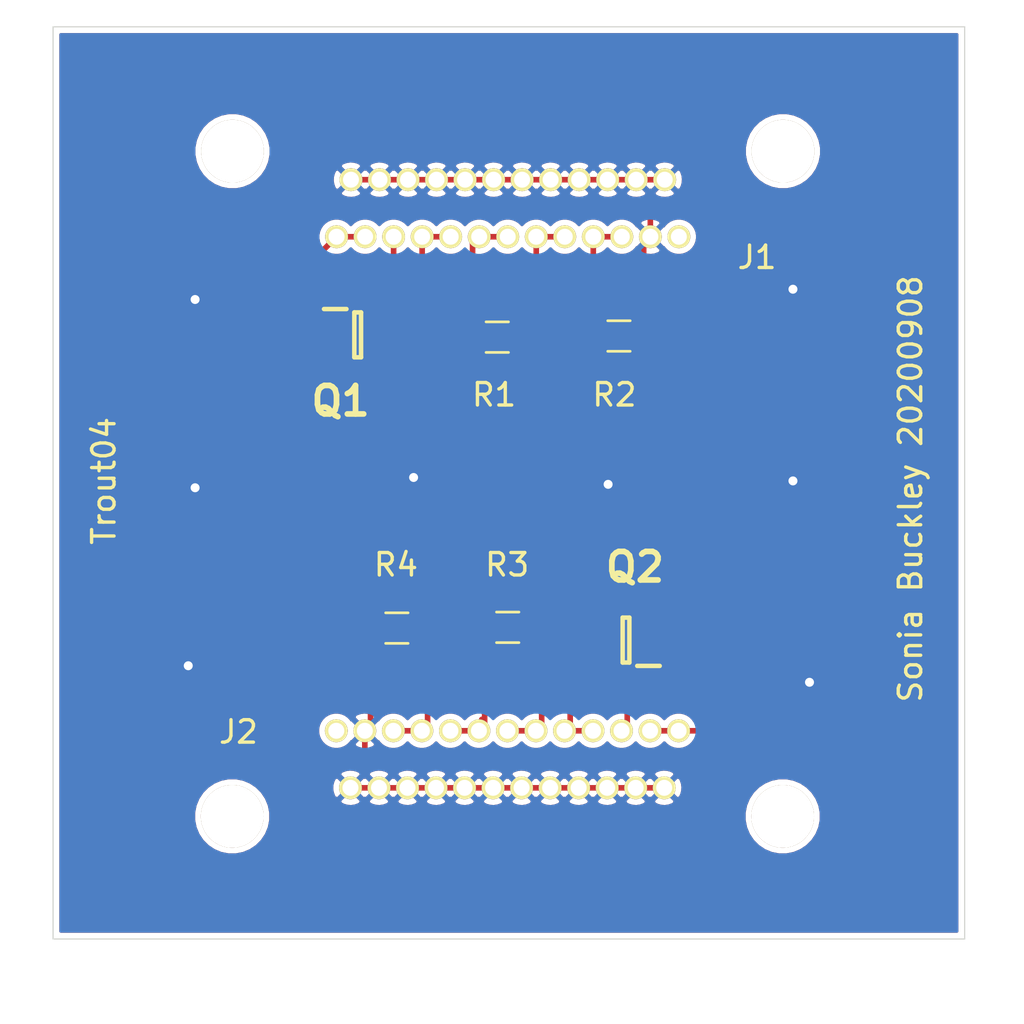
<source format=kicad_pcb>
(kicad_pcb (version 20171130) (host pcbnew "(5.1.5-0-10_14)")

  (general
    (thickness 1.6)
    (drawings 6)
    (tracks 64)
    (zones 0)
    (modules 8)
    (nets 16)
  )

  (page A4)
  (layers
    (0 F.Cu signal)
    (31 B.Cu signal)
    (32 B.Adhes user hide)
    (33 F.Adhes user hide)
    (34 B.Paste user hide)
    (35 F.Paste user hide)
    (36 B.SilkS user)
    (37 F.SilkS user hide)
    (38 B.Mask user)
    (39 F.Mask user)
    (40 Dwgs.User user hide)
    (41 Cmts.User user hide)
    (42 Eco1.User user hide)
    (43 Eco2.User user)
    (44 Edge.Cuts user)
    (45 Margin user hide)
    (46 B.CrtYd user hide)
    (47 F.CrtYd user hide)
    (48 B.Fab user hide)
    (49 F.Fab user hide)
  )

  (setup
    (last_trace_width 0.25)
    (trace_clearance 0.2)
    (zone_clearance 0.254)
    (zone_45_only no)
    (trace_min 0.2)
    (via_size 0.8)
    (via_drill 0.4)
    (via_min_size 0.4)
    (via_min_drill 0.3)
    (uvia_size 0.3)
    (uvia_drill 0.1)
    (uvias_allowed no)
    (uvia_min_size 0.2)
    (uvia_min_drill 0.1)
    (edge_width 0.05)
    (segment_width 0.2)
    (pcb_text_width 0.3)
    (pcb_text_size 1.5 1.5)
    (mod_edge_width 0.12)
    (mod_text_size 1 1)
    (mod_text_width 0.15)
    (pad_size 1.524 1.524)
    (pad_drill 0.762)
    (pad_to_mask_clearance 0.051)
    (solder_mask_min_width 0.25)
    (aux_axis_origin 0 0)
    (visible_elements FFFFFF7F)
    (pcbplotparams
      (layerselection 0x010fc_ffffffff)
      (usegerberextensions false)
      (usegerberattributes false)
      (usegerberadvancedattributes false)
      (creategerberjobfile false)
      (excludeedgelayer true)
      (linewidth 0.100000)
      (plotframeref false)
      (viasonmask false)
      (mode 1)
      (useauxorigin false)
      (hpglpennumber 1)
      (hpglpenspeed 20)
      (hpglpendiameter 15.000000)
      (psnegative false)
      (psa4output false)
      (plotreference true)
      (plotvalue true)
      (plotinvisibletext false)
      (padsonsilk false)
      (subtractmaskfromsilk false)
      (outputformat 1)
      (mirror false)
      (drillshape 1)
      (scaleselection 1)
      (outputdirectory ""))
  )

  (net 0 "")
  (net 1 GND)
  (net 2 "Net-(J1-Pad1)")
  (net 3 "Net-(J1-Pad4)")
  (net 4 "Net-(J1-Pad6)")
  (net 5 "Net-(J1-Pad8)")
  (net 6 "Net-(J1-Pad10)")
  (net 7 "Net-(J1-Pad13)")
  (net 8 "Net-(J2-Pad1)")
  (net 9 "Net-(J2-Pad4)")
  (net 10 "Net-(J2-Pad6)")
  (net 11 "Net-(J2-Pad8)")
  (net 12 "Net-(J2-Pad10)")
  (net 13 "Net-(J2-Pad13)")
  (net 14 "Net-(J2-Pad3)")
  (net 15 "Net-(J1-Pad3)")

  (net_class Default "This is the default net class."
    (clearance 0.2)
    (trace_width 0.25)
    (via_dia 0.8)
    (via_drill 0.4)
    (uvia_dia 0.3)
    (uvia_drill 0.1)
    (add_net GND)
    (add_net "Net-(J1-Pad1)")
    (add_net "Net-(J1-Pad10)")
    (add_net "Net-(J1-Pad13)")
    (add_net "Net-(J1-Pad3)")
    (add_net "Net-(J1-Pad4)")
    (add_net "Net-(J1-Pad6)")
    (add_net "Net-(J1-Pad8)")
    (add_net "Net-(J2-Pad1)")
    (add_net "Net-(J2-Pad10)")
    (add_net "Net-(J2-Pad13)")
    (add_net "Net-(J2-Pad3)")
    (add_net "Net-(J2-Pad4)")
    (add_net "Net-(J2-Pad6)")
    (add_net "Net-(J2-Pad8)")
  )

  (module myfootprints:MicroD-25-M-upsidedown (layer F.Cu) (tedit 5F4D698C) (tstamp 5F57C08C)
    (at 150.0378 68.1736 90)
    (path /5F6179ED)
    (fp_text reference J1 (at -2.1844 14.9098) (layer F.SilkS)
      (effects (font (size 1 1) (thickness 0.15)))
    )
    (fp_text value MicroD-25-M (at -3.81 3.8354) (layer F.Fab)
      (effects (font (size 1 1) (thickness 0.15)))
    )
    (pad 26 thru_hole circle (at 2.54 -8.445 90) (size 2.79 2.79) (drill 2.79) (layers *.Cu *.Mask F.SilkS))
    (pad 0 thru_hole circle (at 2.54 16.065 90) (size 2.79 2.79) (drill 2.79) (layers *.Cu *.Mask F.SilkS))
    (pad 14 thru_hole circle (at 1.27 -3.17 90) (size 1.016 1.016) (drill 0.71) (layers *.Cu *.Mask F.SilkS)
      (net 1 GND) (zone_connect 1) (thermal_width 0.254) (thermal_gap 0.254))
    (pad 15 thru_hole circle (at 1.27 -1.9 90) (size 1.016 1.016) (drill 0.71) (layers *.Cu *.Mask F.SilkS)
      (net 1 GND) (zone_connect 1) (thermal_width 0.254) (thermal_gap 0.254))
    (pad 16 thru_hole circle (at 1.27 -0.63 90) (size 1.016 1.016) (drill 0.71) (layers *.Cu *.Mask F.SilkS)
      (net 1 GND) (zone_connect 1) (thermal_width 0.254) (thermal_gap 0.254))
    (pad 17 thru_hole circle (at 1.27 0.64 90) (size 1.016 1.016) (drill 0.71) (layers *.Cu *.Mask F.SilkS)
      (net 1 GND) (zone_connect 1) (thermal_width 0.254) (thermal_gap 0.254))
    (pad 18 thru_hole circle (at 1.27 1.91 90) (size 1.016 1.016) (drill 0.71) (layers *.Cu *.Mask F.SilkS)
      (net 1 GND) (zone_connect 1) (thermal_width 0.254) (thermal_gap 0.254))
    (pad 19 thru_hole circle (at 1.27 3.18 90) (size 1.016 1.016) (drill 0.71) (layers *.Cu *.Mask F.SilkS)
      (net 1 GND) (zone_connect 1) (thermal_width 0.254) (thermal_gap 0.254))
    (pad 20 thru_hole circle (at 1.27 4.45 90) (size 1.016 1.016) (drill 0.71) (layers *.Cu *.Mask F.SilkS)
      (net 1 GND) (zone_connect 1) (thermal_width 0.254) (thermal_gap 0.254))
    (pad 21 thru_hole circle (at 1.27 5.72 90) (size 1.016 1.016) (drill 0.71) (layers *.Cu *.Mask F.SilkS)
      (net 1 GND) (zone_connect 1) (thermal_width 0.254) (thermal_gap 0.254))
    (pad 22 thru_hole circle (at 1.27 6.99 90) (size 1.016 1.016) (drill 0.71) (layers *.Cu *.Mask F.SilkS)
      (net 1 GND) (zone_connect 1) (thermal_width 0.254) (thermal_gap 0.254))
    (pad 23 thru_hole circle (at 1.27 8.26 90) (size 1.016 1.016) (drill 0.7112) (layers *.Cu *.Mask F.SilkS)
      (net 1 GND) (zone_connect 1) (thermal_width 0.254) (thermal_gap 0.254))
    (pad 24 thru_hole circle (at 1.27 9.53 90) (size 1.016 1.016) (drill 0.71) (layers *.Cu *.Mask F.SilkS)
      (net 1 GND) (zone_connect 1) (thermal_width 0.254) (thermal_gap 0.254))
    (pad 25 thru_hole circle (at 1.27 10.8 90) (size 1.016 1.016) (drill 0.71) (layers *.Cu *.Mask F.SilkS)
      (net 1 GND) (zone_connect 1) (thermal_width 0.254) (thermal_gap 0.254))
    (pad 1 thru_hole circle (at -1.27 -3.81 90) (size 1.016 1.016) (drill 0.71) (layers *.Cu *.Mask F.SilkS)
      (net 2 "Net-(J1-Pad1)"))
    (pad 2 thru_hole circle (at -1.27 -2.54 90) (size 1.016 1.016) (drill 0.71) (layers *.Cu *.Mask F.SilkS)
      (net 2 "Net-(J1-Pad1)"))
    (pad 3 thru_hole circle (at -1.27 -1.27 90) (size 1.016 1.016) (drill 0.71) (layers *.Cu *.Mask F.SilkS)
      (net 15 "Net-(J1-Pad3)"))
    (pad 4 thru_hole circle (at -1.27 0 90) (size 1.016 1.016) (drill 0.71) (layers *.Cu *.Mask F.SilkS)
      (net 3 "Net-(J1-Pad4)"))
    (pad 5 thru_hole circle (at -1.27 1.27 90) (size 1.016 1.016) (drill 0.71) (layers *.Cu *.Mask F.SilkS)
      (net 3 "Net-(J1-Pad4)"))
    (pad 6 thru_hole circle (at -1.27 2.54 90) (size 1.016 1.016) (drill 0.71) (layers *.Cu *.Mask F.SilkS)
      (net 4 "Net-(J1-Pad6)"))
    (pad 7 thru_hole circle (at -1.27 3.81 90) (size 1.016 1.016) (drill 0.71) (layers *.Cu *.Mask F.SilkS)
      (net 4 "Net-(J1-Pad6)"))
    (pad 8 thru_hole circle (at -1.27 5.08 90) (size 1.016 1.016) (drill 0.71) (layers *.Cu *.Mask F.SilkS)
      (net 5 "Net-(J1-Pad8)"))
    (pad 9 thru_hole circle (at -1.27 6.35 90) (size 1.016 1.016) (drill 0.71) (layers *.Cu *.Mask F.SilkS)
      (net 5 "Net-(J1-Pad8)"))
    (pad 10 thru_hole circle (at -1.27 7.62 90) (size 1.016 1.016) (drill 0.71) (layers *.Cu *.Mask F.SilkS)
      (net 6 "Net-(J1-Pad10)"))
    (pad 11 thru_hole circle (at -1.27 8.89 90) (size 1.016 1.016) (drill 0.71) (layers *.Cu *.Mask F.SilkS)
      (net 6 "Net-(J1-Pad10)"))
    (pad 12 thru_hole circle (at -1.27 10.16 90) (size 1.016 1.016) (drill 0.71) (layers *.Cu *.Mask F.SilkS)
      (net 1 GND))
    (pad 13 thru_hole circle (at -1.27 11.43 90) (size 1.016 1.016) (drill 0.71) (layers *.Cu *.Mask F.SilkS)
      (net 7 "Net-(J1-Pad13)"))
    (model /Users/smb2/Documents/PCB/Kicad/Footprints.pretty/3D/MicroD_381-025-112L565.STEP
      (offset (xyz 7.8486 -3.81 -5.181599999999999))
      (scale (xyz 1 1 1))
      (rotate (xyz 90 0 90))
    )
  )

  (module myfootprints:MicroD-25-M-upsidedown (layer F.Cu) (tedit 5F4D698C) (tstamp 5E7DC1A6)
    (at 157.6456 92.71 270)
    (path /5E8194B3)
    (fp_text reference J2 (at -1.2192 15.7866) (layer F.SilkS)
      (effects (font (size 1 1) (thickness 0.15)))
    )
    (fp_text value MicroD-25-M (at -3.81 3.8354) (layer F.Fab)
      (effects (font (size 1 1) (thickness 0.15)))
    )
    (pad 26 thru_hole circle (at 2.54 -8.445 270) (size 2.79 2.79) (drill 2.79) (layers *.Cu *.Mask F.SilkS))
    (pad 0 thru_hole circle (at 2.54 16.065 270) (size 2.79 2.79) (drill 2.79) (layers *.Cu *.Mask F.SilkS))
    (pad 14 thru_hole circle (at 1.27 -3.17 270) (size 1.016 1.016) (drill 0.71) (layers *.Cu *.Mask F.SilkS)
      (net 1 GND) (zone_connect 1) (thermal_width 0.254) (thermal_gap 0.254))
    (pad 15 thru_hole circle (at 1.27 -1.9 270) (size 1.016 1.016) (drill 0.71) (layers *.Cu *.Mask F.SilkS)
      (net 1 GND) (zone_connect 1) (thermal_width 0.254) (thermal_gap 0.254))
    (pad 16 thru_hole circle (at 1.27 -0.63 270) (size 1.016 1.016) (drill 0.71) (layers *.Cu *.Mask F.SilkS)
      (net 1 GND) (zone_connect 1) (thermal_width 0.254) (thermal_gap 0.254))
    (pad 17 thru_hole circle (at 1.27 0.64 270) (size 1.016 1.016) (drill 0.71) (layers *.Cu *.Mask F.SilkS)
      (net 1 GND) (zone_connect 1) (thermal_width 0.254) (thermal_gap 0.254))
    (pad 18 thru_hole circle (at 1.27 1.91 270) (size 1.016 1.016) (drill 0.71) (layers *.Cu *.Mask F.SilkS)
      (net 1 GND) (zone_connect 1) (thermal_width 0.254) (thermal_gap 0.254))
    (pad 19 thru_hole circle (at 1.27 3.18 270) (size 1.016 1.016) (drill 0.71) (layers *.Cu *.Mask F.SilkS)
      (net 1 GND) (zone_connect 1) (thermal_width 0.254) (thermal_gap 0.254))
    (pad 20 thru_hole circle (at 1.27 4.45 270) (size 1.016 1.016) (drill 0.71) (layers *.Cu *.Mask F.SilkS)
      (net 1 GND) (zone_connect 1) (thermal_width 0.254) (thermal_gap 0.254))
    (pad 21 thru_hole circle (at 1.27 5.72 270) (size 1.016 1.016) (drill 0.71) (layers *.Cu *.Mask F.SilkS)
      (net 1 GND) (zone_connect 1) (thermal_width 0.254) (thermal_gap 0.254))
    (pad 22 thru_hole circle (at 1.27 6.99 270) (size 1.016 1.016) (drill 0.71) (layers *.Cu *.Mask F.SilkS)
      (net 1 GND) (zone_connect 1) (thermal_width 0.254) (thermal_gap 0.254))
    (pad 23 thru_hole circle (at 1.27 8.26 270) (size 1.016 1.016) (drill 0.7112) (layers *.Cu *.Mask F.SilkS)
      (net 1 GND) (zone_connect 1) (thermal_width 0.254) (thermal_gap 0.254))
    (pad 24 thru_hole circle (at 1.27 9.53 270) (size 1.016 1.016) (drill 0.71) (layers *.Cu *.Mask F.SilkS)
      (net 1 GND) (zone_connect 1) (thermal_width 0.254) (thermal_gap 0.254))
    (pad 25 thru_hole circle (at 1.27 10.8 270) (size 1.016 1.016) (drill 0.71) (layers *.Cu *.Mask F.SilkS)
      (net 1 GND) (zone_connect 1) (thermal_width 0.254) (thermal_gap 0.254))
    (pad 1 thru_hole circle (at -1.27 -3.81 270) (size 1.016 1.016) (drill 0.71) (layers *.Cu *.Mask F.SilkS)
      (net 8 "Net-(J2-Pad1)"))
    (pad 2 thru_hole circle (at -1.27 -2.54 270) (size 1.016 1.016) (drill 0.71) (layers *.Cu *.Mask F.SilkS)
      (net 8 "Net-(J2-Pad1)"))
    (pad 3 thru_hole circle (at -1.27 -1.27 270) (size 1.016 1.016) (drill 0.71) (layers *.Cu *.Mask F.SilkS)
      (net 14 "Net-(J2-Pad3)"))
    (pad 4 thru_hole circle (at -1.27 0 270) (size 1.016 1.016) (drill 0.71) (layers *.Cu *.Mask F.SilkS)
      (net 9 "Net-(J2-Pad4)"))
    (pad 5 thru_hole circle (at -1.27 1.27 270) (size 1.016 1.016) (drill 0.71) (layers *.Cu *.Mask F.SilkS)
      (net 9 "Net-(J2-Pad4)"))
    (pad 6 thru_hole circle (at -1.27 2.54 270) (size 1.016 1.016) (drill 0.71) (layers *.Cu *.Mask F.SilkS)
      (net 10 "Net-(J2-Pad6)"))
    (pad 7 thru_hole circle (at -1.27 3.81 270) (size 1.016 1.016) (drill 0.71) (layers *.Cu *.Mask F.SilkS)
      (net 10 "Net-(J2-Pad6)"))
    (pad 8 thru_hole circle (at -1.27 5.08 270) (size 1.016 1.016) (drill 0.71) (layers *.Cu *.Mask F.SilkS)
      (net 11 "Net-(J2-Pad8)"))
    (pad 9 thru_hole circle (at -1.27 6.35 270) (size 1.016 1.016) (drill 0.71) (layers *.Cu *.Mask F.SilkS)
      (net 11 "Net-(J2-Pad8)"))
    (pad 10 thru_hole circle (at -1.27 7.62 270) (size 1.016 1.016) (drill 0.71) (layers *.Cu *.Mask F.SilkS)
      (net 12 "Net-(J2-Pad10)"))
    (pad 11 thru_hole circle (at -1.27 8.89 270) (size 1.016 1.016) (drill 0.71) (layers *.Cu *.Mask F.SilkS)
      (net 12 "Net-(J2-Pad10)"))
    (pad 12 thru_hole circle (at -1.27 10.16 270) (size 1.016 1.016) (drill 0.71) (layers *.Cu *.Mask F.SilkS)
      (net 1 GND))
    (pad 13 thru_hole circle (at -1.27 11.43 270) (size 1.016 1.016) (drill 0.71) (layers *.Cu *.Mask F.SilkS)
      (net 13 "Net-(J2-Pad13)"))
    (model /Users/smb2/Documents/PCB/Kicad/Footprints.pretty/3D/MicroD_381-025-112L565.STEP
      (offset (xyz 7.8486 -3.81 -5.181599999999999))
      (scale (xyz 1 1 1))
      (rotate (xyz 90 0 90))
    )
  )

  (module Resistors_SMD:R_0603_HandSoldering (layer F.Cu) (tedit 58E0A804) (tstamp 5F57D2B5)
    (at 153.8478 86.8348 180)
    (descr "Resistor SMD 0603, hand soldering")
    (tags "resistor 0603")
    (path /5E865B61)
    (attr smd)
    (fp_text reference R3 (at 0.0254 2.7862) (layer F.SilkS)
      (effects (font (size 1 1) (thickness 0.15)))
    )
    (fp_text value R (at 0 1.55) (layer F.Fab)
      (effects (font (size 1 1) (thickness 0.15)))
    )
    (fp_text user %R (at 0 0) (layer F.Fab)
      (effects (font (size 0.4 0.4) (thickness 0.075)))
    )
    (fp_line (start -0.8 0.4) (end -0.8 -0.4) (layer F.Fab) (width 0.1))
    (fp_line (start 0.8 0.4) (end -0.8 0.4) (layer F.Fab) (width 0.1))
    (fp_line (start 0.8 -0.4) (end 0.8 0.4) (layer F.Fab) (width 0.1))
    (fp_line (start -0.8 -0.4) (end 0.8 -0.4) (layer F.Fab) (width 0.1))
    (fp_line (start 0.5 0.68) (end -0.5 0.68) (layer F.SilkS) (width 0.12))
    (fp_line (start -0.5 -0.68) (end 0.5 -0.68) (layer F.SilkS) (width 0.12))
    (fp_line (start -1.96 -0.7) (end 1.95 -0.7) (layer F.CrtYd) (width 0.05))
    (fp_line (start -1.96 -0.7) (end -1.96 0.7) (layer F.CrtYd) (width 0.05))
    (fp_line (start 1.95 0.7) (end 1.95 -0.7) (layer F.CrtYd) (width 0.05))
    (fp_line (start 1.95 0.7) (end -1.96 0.7) (layer F.CrtYd) (width 0.05))
    (pad 1 smd rect (at -1.1 0 180) (size 1.2 0.9) (layers F.Cu F.Paste F.Mask)
      (net 10 "Net-(J2-Pad6)"))
    (pad 2 smd rect (at 1.1 0 180) (size 1.2 0.9) (layers F.Cu F.Paste F.Mask)
      (net 11 "Net-(J2-Pad8)"))
    (model ${KISYS3DMOD}/Resistors_SMD.3dshapes/R_0603.wrl
      (at (xyz 0 0 0))
      (scale (xyz 1 1 1))
      (rotate (xyz 0 0 0))
    )
  )

  (module Resistors_SMD:R_0603_HandSoldering (layer F.Cu) (tedit 58E0A804) (tstamp 5F57C148)
    (at 148.9124 86.868 180)
    (descr "Resistor SMD 0603, hand soldering")
    (tags "resistor 0603")
    (path /5F5E565E)
    (attr smd)
    (fp_text reference R4 (at 0.043 2.8194) (layer F.SilkS)
      (effects (font (size 1 1) (thickness 0.15)))
    )
    (fp_text value R (at 0 1.55) (layer F.Fab)
      (effects (font (size 1 1) (thickness 0.15)))
    )
    (fp_text user %R (at 0 0) (layer F.Fab)
      (effects (font (size 0.4 0.4) (thickness 0.075)))
    )
    (fp_line (start -0.8 0.4) (end -0.8 -0.4) (layer F.Fab) (width 0.1))
    (fp_line (start 0.8 0.4) (end -0.8 0.4) (layer F.Fab) (width 0.1))
    (fp_line (start 0.8 -0.4) (end 0.8 0.4) (layer F.Fab) (width 0.1))
    (fp_line (start -0.8 -0.4) (end 0.8 -0.4) (layer F.Fab) (width 0.1))
    (fp_line (start 0.5 0.68) (end -0.5 0.68) (layer F.SilkS) (width 0.12))
    (fp_line (start -0.5 -0.68) (end 0.5 -0.68) (layer F.SilkS) (width 0.12))
    (fp_line (start -1.96 -0.7) (end 1.95 -0.7) (layer F.CrtYd) (width 0.05))
    (fp_line (start -1.96 -0.7) (end -1.96 0.7) (layer F.CrtYd) (width 0.05))
    (fp_line (start 1.95 0.7) (end 1.95 -0.7) (layer F.CrtYd) (width 0.05))
    (fp_line (start 1.95 0.7) (end -1.96 0.7) (layer F.CrtYd) (width 0.05))
    (pad 1 smd rect (at -1.1 0 180) (size 1.2 0.9) (layers F.Cu F.Paste F.Mask)
      (net 12 "Net-(J2-Pad10)"))
    (pad 2 smd rect (at 1.1 0 180) (size 1.2 0.9) (layers F.Cu F.Paste F.Mask)
      (net 1 GND))
    (model ${KISYS3DMOD}/Resistors_SMD.3dshapes/R_0603.wrl
      (at (xyz 0 0 0))
      (scale (xyz 1 1 1))
      (rotate (xyz 0 0 0))
    )
  )

  (module Resistors_SMD:R_0603_HandSoldering (layer F.Cu) (tedit 58E0A804) (tstamp 5F57C0F9)
    (at 158.8008 73.8632)
    (descr "Resistor SMD 0603, hand soldering")
    (tags "resistor 0603")
    (path /5F617AAF)
    (attr smd)
    (fp_text reference R2 (at -0.2032 2.6162) (layer F.SilkS)
      (effects (font (size 1 1) (thickness 0.15)))
    )
    (fp_text value R (at 0 1.55) (layer F.Fab)
      (effects (font (size 1 1) (thickness 0.15)))
    )
    (fp_text user %R (at 0 0) (layer F.Fab)
      (effects (font (size 0.4 0.4) (thickness 0.075)))
    )
    (fp_line (start -0.8 0.4) (end -0.8 -0.4) (layer F.Fab) (width 0.1))
    (fp_line (start 0.8 0.4) (end -0.8 0.4) (layer F.Fab) (width 0.1))
    (fp_line (start 0.8 -0.4) (end 0.8 0.4) (layer F.Fab) (width 0.1))
    (fp_line (start -0.8 -0.4) (end 0.8 -0.4) (layer F.Fab) (width 0.1))
    (fp_line (start 0.5 0.68) (end -0.5 0.68) (layer F.SilkS) (width 0.12))
    (fp_line (start -0.5 -0.68) (end 0.5 -0.68) (layer F.SilkS) (width 0.12))
    (fp_line (start -1.96 -0.7) (end 1.95 -0.7) (layer F.CrtYd) (width 0.05))
    (fp_line (start -1.96 -0.7) (end -1.96 0.7) (layer F.CrtYd) (width 0.05))
    (fp_line (start 1.95 0.7) (end 1.95 -0.7) (layer F.CrtYd) (width 0.05))
    (fp_line (start 1.95 0.7) (end -1.96 0.7) (layer F.CrtYd) (width 0.05))
    (pad 1 smd rect (at -1.1 0) (size 1.2 0.9) (layers F.Cu F.Paste F.Mask)
      (net 6 "Net-(J1-Pad10)"))
    (pad 2 smd rect (at 1.1 0) (size 1.2 0.9) (layers F.Cu F.Paste F.Mask)
      (net 1 GND))
    (model ${KISYS3DMOD}/Resistors_SMD.3dshapes/R_0603.wrl
      (at (xyz 0 0 0))
      (scale (xyz 1 1 1))
      (rotate (xyz 0 0 0))
    )
  )

  (module Resistors_SMD:R_0603_HandSoldering (layer F.Cu) (tedit 58E0A804) (tstamp 5F57C0ED)
    (at 153.3828 73.914)
    (descr "Resistor SMD 0603, hand soldering")
    (tags "resistor 0603")
    (path /5F617A5A)
    (attr smd)
    (fp_text reference R1 (at -0.1446 2.5654) (layer F.SilkS)
      (effects (font (size 1 1) (thickness 0.15)))
    )
    (fp_text value R (at 0 1.55) (layer F.Fab)
      (effects (font (size 1 1) (thickness 0.15)))
    )
    (fp_text user %R (at 0 0) (layer F.Fab)
      (effects (font (size 0.4 0.4) (thickness 0.075)))
    )
    (fp_line (start -0.8 0.4) (end -0.8 -0.4) (layer F.Fab) (width 0.1))
    (fp_line (start 0.8 0.4) (end -0.8 0.4) (layer F.Fab) (width 0.1))
    (fp_line (start 0.8 -0.4) (end 0.8 0.4) (layer F.Fab) (width 0.1))
    (fp_line (start -0.8 -0.4) (end 0.8 -0.4) (layer F.Fab) (width 0.1))
    (fp_line (start 0.5 0.68) (end -0.5 0.68) (layer F.SilkS) (width 0.12))
    (fp_line (start -0.5 -0.68) (end 0.5 -0.68) (layer F.SilkS) (width 0.12))
    (fp_line (start -1.96 -0.7) (end 1.95 -0.7) (layer F.CrtYd) (width 0.05))
    (fp_line (start -1.96 -0.7) (end -1.96 0.7) (layer F.CrtYd) (width 0.05))
    (fp_line (start 1.95 0.7) (end 1.95 -0.7) (layer F.CrtYd) (width 0.05))
    (fp_line (start 1.95 0.7) (end -1.96 0.7) (layer F.CrtYd) (width 0.05))
    (pad 1 smd rect (at -1.1 0) (size 1.2 0.9) (layers F.Cu F.Paste F.Mask)
      (net 4 "Net-(J1-Pad6)"))
    (pad 2 smd rect (at 1.1 0) (size 1.2 0.9) (layers F.Cu F.Paste F.Mask)
      (net 5 "Net-(J1-Pad8)"))
    (model ${KISYS3DMOD}/Resistors_SMD.3dshapes/R_0603.wrl
      (at (xyz 0 0 0))
      (scale (xyz 1 1 1))
      (rotate (xyz 0 0 0))
    )
  )

  (module myfootprints:SOT65P210X110-3N (layer F.Cu) (tedit 5E7BCFFD) (tstamp 5F57C0C0)
    (at 147.1676 73.8124)
    (descr DMN62D0UW-7-1)
    (tags "MOSFET (N-Channel)")
    (path /5F617A6E)
    (attr smd)
    (fp_text reference Q1 (at -0.762 2.9464) (layer F.SilkS)
      (effects (font (size 1.27 1.27) (thickness 0.254)))
    )
    (fp_text value DMN62D0UW-7 (at 0 -2.54) (layer F.SilkS) hide
      (effects (font (size 0.508 0.508) (thickness 0.127)))
    )
    (fp_line (start -1.5 -1.15) (end -0.5 -1.15) (layer F.SilkS) (width 0.2))
    (fp_line (start -0.15 1) (end -0.15 -1) (layer F.SilkS) (width 0.2))
    (fp_line (start 0.15 1) (end -0.15 1) (layer F.SilkS) (width 0.2))
    (fp_line (start 0.15 -1) (end 0.15 1) (layer F.SilkS) (width 0.2))
    (fp_line (start -0.15 -1) (end 0.15 -1) (layer F.SilkS) (width 0.2))
    (fp_line (start -0.625 -0.35) (end 0.025 -1) (layer F.Fab) (width 0.1))
    (fp_line (start -0.625 1) (end -0.625 -1) (layer F.Fab) (width 0.1))
    (fp_line (start 0.625 1) (end -0.625 1) (layer F.Fab) (width 0.1))
    (fp_line (start 0.625 -1) (end 0.625 1) (layer F.Fab) (width 0.1))
    (fp_line (start -0.625 -1) (end 0.625 -1) (layer F.Fab) (width 0.1))
    (fp_line (start -1.75 1.35) (end -1.75 -1.35) (layer F.CrtYd) (width 0.05))
    (fp_line (start 1.75 1.35) (end -1.75 1.35) (layer F.CrtYd) (width 0.05))
    (fp_line (start 1.75 -1.35) (end 1.75 1.35) (layer F.CrtYd) (width 0.05))
    (fp_line (start -1.75 -1.35) (end 1.75 -1.35) (layer F.CrtYd) (width 0.05))
    (fp_text user %R (at 0 0) (layer F.Fab)
      (effects (font (size 1.27 1.27) (thickness 0.254)))
    )
    (pad 3 smd rect (at 1 0 90) (size 0.5 1) (layers F.Cu F.Paste F.Mask)
      (net 3 "Net-(J1-Pad4)"))
    (pad 2 smd rect (at -1 0.65 90) (size 0.5 1) (layers F.Cu F.Paste F.Mask)
      (net 2 "Net-(J1-Pad1)"))
    (pad 1 smd rect (at -1 -0.65 90) (size 0.5 1) (layers F.Cu F.Paste F.Mask)
      (net 15 "Net-(J1-Pad3)"))
    (model DMN62D0UW-7.stp
      (at (xyz 0 0 0))
      (scale (xyz 1 1 1))
      (rotate (xyz 0 0 0))
    )
    (model ${DMN}/DMN62D0UW-7.stp
      (at (xyz 0 0 0))
      (scale (xyz 1 1 1))
      (rotate (xyz 0 0 0))
    )
  )

  (module myfootprints:SOT65P210X110-3N (layer F.Cu) (tedit 5E7BCFFD) (tstamp 5E7D2808)
    (at 159.115 87.4014 180)
    (descr DMN62D0UW-7-1)
    (tags "MOSFET (N-Channel)")
    (path /5E865BE1)
    (attr smd)
    (fp_text reference Q2 (at -0.397 3.2512) (layer F.SilkS)
      (effects (font (size 1.27 1.27) (thickness 0.254)))
    )
    (fp_text value DMN62D0UW-7 (at 0 -2.54) (layer F.SilkS) hide
      (effects (font (size 0.508 0.508) (thickness 0.127)))
    )
    (fp_line (start -1.5 -1.15) (end -0.5 -1.15) (layer F.SilkS) (width 0.2))
    (fp_line (start -0.15 1) (end -0.15 -1) (layer F.SilkS) (width 0.2))
    (fp_line (start 0.15 1) (end -0.15 1) (layer F.SilkS) (width 0.2))
    (fp_line (start 0.15 -1) (end 0.15 1) (layer F.SilkS) (width 0.2))
    (fp_line (start -0.15 -1) (end 0.15 -1) (layer F.SilkS) (width 0.2))
    (fp_line (start -0.625 -0.35) (end 0.025 -1) (layer F.Fab) (width 0.1))
    (fp_line (start -0.625 1) (end -0.625 -1) (layer F.Fab) (width 0.1))
    (fp_line (start 0.625 1) (end -0.625 1) (layer F.Fab) (width 0.1))
    (fp_line (start 0.625 -1) (end 0.625 1) (layer F.Fab) (width 0.1))
    (fp_line (start -0.625 -1) (end 0.625 -1) (layer F.Fab) (width 0.1))
    (fp_line (start -1.75 1.35) (end -1.75 -1.35) (layer F.CrtYd) (width 0.05))
    (fp_line (start 1.75 1.35) (end -1.75 1.35) (layer F.CrtYd) (width 0.05))
    (fp_line (start 1.75 -1.35) (end 1.75 1.35) (layer F.CrtYd) (width 0.05))
    (fp_line (start -1.75 -1.35) (end 1.75 -1.35) (layer F.CrtYd) (width 0.05))
    (fp_text user %R (at 0 0) (layer F.Fab)
      (effects (font (size 1.27 1.27) (thickness 0.254)))
    )
    (pad 3 smd rect (at 1 0 270) (size 0.5 1) (layers F.Cu F.Paste F.Mask)
      (net 9 "Net-(J2-Pad4)"))
    (pad 2 smd rect (at -1 0.65 270) (size 0.5 1) (layers F.Cu F.Paste F.Mask)
      (net 8 "Net-(J2-Pad1)"))
    (pad 1 smd rect (at -1 -0.65 270) (size 0.5 1) (layers F.Cu F.Paste F.Mask)
      (net 14 "Net-(J2-Pad3)"))
    (model DMN62D0UW-7.stp
      (at (xyz 0 0 0))
      (scale (xyz 1 1 1))
      (rotate (xyz 0 0 0))
    )
    (model ${DMN}/DMN62D0UW-7.stp
      (at (xyz 0 0 0))
      (scale (xyz 1 1 1))
      (rotate (xyz 0 0 0))
    )
  )

  (gr_text "Sonia Buckley 20200908" (at 171.7802 80.6704 90) (layer F.SilkS)
    (effects (font (size 1 1) (thickness 0.15)))
  )
  (gr_text Trout04 (at 135.8646 80.3148 90) (layer F.SilkS)
    (effects (font (size 1 1) (thickness 0.15)))
  )
  (gr_line (start 133.604 60.0964) (end 133.604 100.711) (layer Edge.Cuts) (width 0.05))
  (gr_line (start 174.1932 60.0964) (end 133.604 60.0964) (layer Edge.Cuts) (width 0.05))
  (gr_line (start 174.1932 100.711) (end 174.1932 60.0964) (layer Edge.Cuts) (width 0.05) (tstamp 5E7D42B0))
  (gr_line (start 133.604 100.711) (end 174.1932 100.711) (layer Edge.Cuts) (width 0.05))

  (segment (start 147.6126 87.0678) (end 147.8124 86.868) (width 0.25) (layer F.Cu) (net 1))
  (segment (start 147.7396 91.44) (end 147.7396 87.0678) (width 0.25) (layer F.Cu) (net 1))
  (segment (start 159.9008 69.7406) (end 160.1978 69.4436) (width 0.25) (layer F.Cu) (net 1))
  (segment (start 159.9008 74.0664) (end 159.9008 69.7406) (width 0.25) (layer F.Cu) (net 1))
  (via (at 166.5478 80.3148) (size 0.8) (drill 0.4) (layers F.Cu B.Cu) (net 1))
  (via (at 139.9286 80.6196) (size 0.8) (drill 0.4) (layers F.Cu B.Cu) (net 1))
  (via (at 139.6238 88.5444) (size 0.8) (drill 0.4) (layers F.Cu B.Cu) (net 1))
  (via (at 167.2844 89.281) (size 0.8) (drill 0.4) (layers F.Cu B.Cu) (net 1))
  (via (at 149.6568 80.1624) (size 0.8) (drill 0.4) (layers F.Cu B.Cu) (net 1))
  (via (at 158.3182 80.4672) (size 0.8) (drill 0.4) (layers F.Cu B.Cu) (net 1))
  (via (at 166.5478 71.7804) (size 0.8) (drill 0.4) (layers F.Cu B.Cu) (net 1))
  (via (at 139.9286 72.2376) (size 0.8) (drill 0.4) (layers F.Cu B.Cu) (net 1))
  (segment (start 160.1978 67.5436) (end 160.1978 69.4436) (width 0.25) (layer F.Cu) (net 1))
  (segment (start 160.8378 66.9036) (end 160.1978 67.5436) (width 0.25) (layer F.Cu) (net 1))
  (segment (start 146.8678 66.9036) (end 160.8378 66.9036) (width 0.25) (layer F.Cu) (net 1))
  (segment (start 146.8456 93.98) (end 160.8156 93.98) (width 0.25) (layer F.Cu) (net 1))
  (segment (start 147.4856 93.34) (end 146.8456 93.98) (width 0.25) (layer F.Cu) (net 1))
  (segment (start 147.4856 91.44) (end 147.4856 93.34) (width 0.25) (layer F.Cu) (net 1))
  (segment (start 146.2278 69.4436) (end 147.4978 69.4436) (width 0.25) (layer F.Cu) (net 2))
  (segment (start 146.2278 69.4436) (end 143.764 71.9074) (width 0.25) (layer F.Cu) (net 2))
  (segment (start 143.764 71.9074) (end 143.764 74.3712) (width 0.25) (layer F.Cu) (net 2))
  (segment (start 143.8552 74.4624) (end 146.1676 74.4624) (width 0.25) (layer F.Cu) (net 2))
  (segment (start 143.764 74.3712) (end 143.8552 74.4624) (width 0.25) (layer F.Cu) (net 2))
  (segment (start 151.3078 69.4436) (end 150.0378 69.4436) (width 0.25) (layer F.Cu) (net 3))
  (segment (start 150.0378 69.4436) (end 150.0378 73.3552) (width 0.25) (layer F.Cu) (net 3))
  (segment (start 149.5806 73.8124) (end 148.1676 73.8124) (width 0.25) (layer F.Cu) (net 3))
  (segment (start 150.0378 73.3552) (end 149.5806 73.8124) (width 0.25) (layer F.Cu) (net 3))
  (segment (start 152.2828 69.7386) (end 152.5778 69.4436) (width 0.25) (layer F.Cu) (net 4))
  (segment (start 152.2828 73.914) (end 152.2828 69.7386) (width 0.25) (layer F.Cu) (net 4))
  (segment (start 152.5778 69.4436) (end 153.8478 69.4436) (width 0.25) (layer F.Cu) (net 4))
  (segment (start 156.3878 69.4436) (end 155.1178 69.4436) (width 0.25) (layer F.Cu) (net 5))
  (segment (start 155.1178 73.279) (end 154.4828 73.914) (width 0.25) (layer F.Cu) (net 5))
  (segment (start 155.1178 69.4436) (end 155.1178 73.279) (width 0.25) (layer F.Cu) (net 5))
  (segment (start 158.9278 69.4436) (end 157.6578 69.4436) (width 0.25) (layer F.Cu) (net 6))
  (segment (start 157.6578 74.0234) (end 157.7008 74.0664) (width 0.25) (layer F.Cu) (net 6))
  (segment (start 157.6578 69.4436) (end 157.6578 74.0234) (width 0.25) (layer F.Cu) (net 6))
  (segment (start 162.5704 86.7514) (end 160.242 86.7514) (width 0.25) (layer F.Cu) (net 8))
  (segment (start 163.5252 87.7062) (end 162.5704 86.7514) (width 0.25) (layer F.Cu) (net 8))
  (segment (start 163.5252 91.3638) (end 163.5252 87.7062) (width 0.25) (layer F.Cu) (net 8))
  (segment (start 163.449 91.44) (end 163.5252 91.3638) (width 0.25) (layer F.Cu) (net 8))
  (segment (start 160.3126 91.44) (end 163.449 91.44) (width 0.25) (layer F.Cu) (net 8))
  (segment (start 156.5026 91.44) (end 157.7726 91.44) (width 0.25) (layer F.Cu) (net 9))
  (segment (start 156.6296 88.2638) (end 156.6296 91.44) (width 0.25) (layer F.Cu) (net 9))
  (segment (start 157.492 87.4014) (end 156.6296 88.2638) (width 0.25) (layer F.Cu) (net 9))
  (segment (start 157.492 87.4014) (end 158.115 87.4014) (width 0.25) (layer F.Cu) (net 9))
  (segment (start 153.9626 91.44) (end 155.2326 91.44) (width 0.25) (layer F.Cu) (net 10))
  (segment (start 155.2326 87.1196) (end 154.9478 86.8348) (width 0.25) (layer F.Cu) (net 10))
  (segment (start 155.3596 91.44) (end 155.3596 87.1196) (width 0.25) (layer F.Cu) (net 10))
  (segment (start 151.4226 91.44) (end 152.6926 91.44) (width 0.25) (layer F.Cu) (net 11))
  (segment (start 152.6926 91.44) (end 152.6926 90.934419) (width 0.25) (layer F.Cu) (net 11))
  (segment (start 152.6926 86.89) (end 152.7478 86.8348) (width 0.25) (layer F.Cu) (net 11))
  (segment (start 152.8196 91.44) (end 152.8196 86.89) (width 0.25) (layer F.Cu) (net 11))
  (segment (start 148.8826 91.44) (end 150.1526 91.44) (width 0.25) (layer F.Cu) (net 12))
  (segment (start 150.1526 87.0082) (end 150.0124 86.868) (width 0.25) (layer F.Cu) (net 12))
  (segment (start 150.2796 91.44) (end 150.2796 87.0082) (width 0.25) (layer F.Cu) (net 12))
  (segment (start 159.1696 88.3738) (end 159.492 88.0514) (width 0.25) (layer F.Cu) (net 14))
  (segment (start 159.1696 91.44) (end 159.1696 88.3738) (width 0.25) (layer F.Cu) (net 14))
  (segment (start 159.492 88.0514) (end 160.115 88.0514) (width 0.25) (layer F.Cu) (net 14))
  (segment (start 146.3548 72.4154) (end 147.5232 72.4154) (width 0.25) (layer F.Cu) (net 15))
  (segment (start 148.7678 71.1708) (end 148.7678 69.4436) (width 0.25) (layer F.Cu) (net 15))
  (segment (start 147.5232 72.4154) (end 148.7678 71.1708) (width 0.25) (layer F.Cu) (net 15))
  (segment (start 146.3548 72.4752) (end 146.3548 72.4154) (width 0.25) (layer F.Cu) (net 15))
  (segment (start 146.1676 72.6624) (end 146.3548 72.4752) (width 0.25) (layer F.Cu) (net 15))
  (segment (start 146.1676 73.1624) (end 146.1676 72.6624) (width 0.25) (layer F.Cu) (net 15))

  (zone (net 1) (net_name GND) (layer F.Cu) (tstamp 5F57E5A1) (hatch edge 0.508)
    (connect_pads (clearance 0.254))
    (min_thickness 0.127)
    (fill yes (arc_segments 32) (thermal_gap 0.254) (thermal_bridge_width 0.254))
    (polygon
      (pts
        (xy 176.8348 103.8352) (xy 131.318 104.4956) (xy 131.2418 58.9788) (xy 131.2672 59.0042) (xy 176.7332 58.9026)
      )
    )
    (filled_polygon
      (pts
        (xy 173.8507 100.3685) (xy 133.9465 100.3685) (xy 133.9465 95.081333) (xy 139.8681 95.081333) (xy 139.8681 95.418667)
        (xy 139.93391 95.749518) (xy 140.063002 96.061173) (xy 140.250414 96.341655) (xy 140.488945 96.580186) (xy 140.769427 96.767598)
        (xy 141.081082 96.89669) (xy 141.411933 96.9625) (xy 141.749267 96.9625) (xy 142.080118 96.89669) (xy 142.391773 96.767598)
        (xy 142.672255 96.580186) (xy 142.910786 96.341655) (xy 143.098198 96.061173) (xy 143.22729 95.749518) (xy 143.2931 95.418667)
        (xy 143.2931 95.081333) (xy 164.3781 95.081333) (xy 164.3781 95.418667) (xy 164.44391 95.749518) (xy 164.573002 96.061173)
        (xy 164.760414 96.341655) (xy 164.998945 96.580186) (xy 165.279427 96.767598) (xy 165.591082 96.89669) (xy 165.921933 96.9625)
        (xy 166.259267 96.9625) (xy 166.590118 96.89669) (xy 166.901773 96.767598) (xy 167.182255 96.580186) (xy 167.420786 96.341655)
        (xy 167.608198 96.061173) (xy 167.73729 95.749518) (xy 167.8031 95.418667) (xy 167.8031 95.081333) (xy 167.73729 94.750482)
        (xy 167.608198 94.438827) (xy 167.420786 94.158345) (xy 167.182255 93.919814) (xy 166.901773 93.732402) (xy 166.590118 93.60331)
        (xy 166.259267 93.5375) (xy 165.921933 93.5375) (xy 165.591082 93.60331) (xy 165.279427 93.732402) (xy 164.998945 93.919814)
        (xy 164.760414 94.158345) (xy 164.573002 94.438827) (xy 164.44391 94.750482) (xy 164.3781 95.081333) (xy 143.2931 95.081333)
        (xy 143.22729 94.750482) (xy 143.145661 94.553411) (xy 146.361991 94.553411) (xy 146.410839 94.68643) (xy 146.557011 94.757674)
        (xy 146.714273 94.799033) (xy 146.876581 94.808916) (xy 147.0377 94.786945) (xy 147.191436 94.733963) (xy 147.280361 94.68643)
        (xy 147.329209 94.553411) (xy 147.631991 94.553411) (xy 147.680839 94.68643) (xy 147.827011 94.757674) (xy 147.984273 94.799033)
        (xy 148.146581 94.808916) (xy 148.3077 94.786945) (xy 148.461436 94.733963) (xy 148.550361 94.68643) (xy 148.599209 94.553411)
        (xy 148.901991 94.553411) (xy 148.950839 94.68643) (xy 149.097011 94.757674) (xy 149.254273 94.799033) (xy 149.416581 94.808916)
        (xy 149.5777 94.786945) (xy 149.731436 94.733963) (xy 149.820361 94.68643) (xy 149.869209 94.553411) (xy 150.171991 94.553411)
        (xy 150.220839 94.68643) (xy 150.367011 94.757674) (xy 150.524273 94.799033) (xy 150.686581 94.808916) (xy 150.8477 94.786945)
        (xy 151.001436 94.733963) (xy 151.090361 94.68643) (xy 151.139209 94.553411) (xy 151.441991 94.553411) (xy 151.490839 94.68643)
        (xy 151.637011 94.757674) (xy 151.794273 94.799033) (xy 151.956581 94.808916) (xy 152.1177 94.786945) (xy 152.271436 94.733963)
        (xy 152.360361 94.68643) (xy 152.409209 94.553411) (xy 152.711991 94.553411) (xy 152.760839 94.68643) (xy 152.907011 94.757674)
        (xy 153.064273 94.799033) (xy 153.226581 94.808916) (xy 153.3877 94.786945) (xy 153.541436 94.733963) (xy 153.630361 94.68643)
        (xy 153.679209 94.553411) (xy 153.981991 94.553411) (xy 154.030839 94.68643) (xy 154.177011 94.757674) (xy 154.334273 94.799033)
        (xy 154.496581 94.808916) (xy 154.6577 94.786945) (xy 154.811436 94.733963) (xy 154.900361 94.68643) (xy 154.949209 94.553411)
        (xy 155.251991 94.553411) (xy 155.300839 94.68643) (xy 155.447011 94.757674) (xy 155.604273 94.799033) (xy 155.766581 94.808916)
        (xy 155.9277 94.786945) (xy 156.081436 94.733963) (xy 156.170361 94.68643) (xy 156.219209 94.553411) (xy 156.521991 94.553411)
        (xy 156.570839 94.68643) (xy 156.717011 94.757674) (xy 156.874273 94.799033) (xy 157.036581 94.808916) (xy 157.1977 94.786945)
        (xy 157.351436 94.733963) (xy 157.440361 94.68643) (xy 157.489209 94.553411) (xy 157.791991 94.553411) (xy 157.840839 94.68643)
        (xy 157.987011 94.757674) (xy 158.144273 94.799033) (xy 158.306581 94.808916) (xy 158.4677 94.786945) (xy 158.621436 94.733963)
        (xy 158.710361 94.68643) (xy 158.759209 94.553411) (xy 159.061991 94.553411) (xy 159.110839 94.68643) (xy 159.257011 94.757674)
        (xy 159.414273 94.799033) (xy 159.576581 94.808916) (xy 159.7377 94.786945) (xy 159.891436 94.733963) (xy 159.980361 94.68643)
        (xy 160.029209 94.553411) (xy 160.331991 94.553411) (xy 160.380839 94.68643) (xy 160.527011 94.757674) (xy 160.684273 94.799033)
        (xy 160.846581 94.808916) (xy 161.0077 94.786945) (xy 161.161436 94.733963) (xy 161.250361 94.68643) (xy 161.299209 94.553411)
        (xy 160.8156 94.069803) (xy 160.331991 94.553411) (xy 160.029209 94.553411) (xy 159.5456 94.069803) (xy 159.061991 94.553411)
        (xy 158.759209 94.553411) (xy 158.2756 94.069803) (xy 157.791991 94.553411) (xy 157.489209 94.553411) (xy 157.0056 94.069803)
        (xy 156.521991 94.553411) (xy 156.219209 94.553411) (xy 155.7356 94.069803) (xy 155.251991 94.553411) (xy 154.949209 94.553411)
        (xy 154.4656 94.069803) (xy 153.981991 94.553411) (xy 153.679209 94.553411) (xy 153.1956 94.069803) (xy 152.711991 94.553411)
        (xy 152.409209 94.553411) (xy 151.9256 94.069803) (xy 151.441991 94.553411) (xy 151.139209 94.553411) (xy 150.6556 94.069803)
        (xy 150.171991 94.553411) (xy 149.869209 94.553411) (xy 149.3856 94.069803) (xy 148.901991 94.553411) (xy 148.599209 94.553411)
        (xy 148.1156 94.069803) (xy 147.631991 94.553411) (xy 147.329209 94.553411) (xy 146.8456 94.069803) (xy 146.361991 94.553411)
        (xy 143.145661 94.553411) (xy 143.098198 94.438827) (xy 142.910786 94.158345) (xy 142.763422 94.010981) (xy 146.016684 94.010981)
        (xy 146.038655 94.1721) (xy 146.091637 94.325836) (xy 146.13917 94.414761) (xy 146.272189 94.463609) (xy 146.755797 93.98)
        (xy 146.935403 93.98) (xy 147.419011 94.463609) (xy 147.4806 94.440992) (xy 147.542189 94.463609) (xy 148.025797 93.98)
        (xy 148.205403 93.98) (xy 148.689011 94.463609) (xy 148.7506 94.440992) (xy 148.812189 94.463609) (xy 149.295797 93.98)
        (xy 149.475403 93.98) (xy 149.959011 94.463609) (xy 150.0206 94.440992) (xy 150.082189 94.463609) (xy 150.565797 93.98)
        (xy 150.745403 93.98) (xy 151.229011 94.463609) (xy 151.2906 94.440992) (xy 151.352189 94.463609) (xy 151.835797 93.98)
        (xy 152.015403 93.98) (xy 152.499011 94.463609) (xy 152.5606 94.440992) (xy 152.622189 94.463609) (xy 153.105797 93.98)
        (xy 153.285403 93.98) (xy 153.769011 94.463609) (xy 153.8306 94.440992) (xy 153.892189 94.463609) (xy 154.375797 93.98)
        (xy 154.555403 93.98) (xy 155.039011 94.463609) (xy 155.1006 94.440992) (xy 155.162189 94.463609) (xy 155.645797 93.98)
        (xy 155.825403 93.98) (xy 156.309011 94.463609) (xy 156.3706 94.440992) (xy 156.432189 94.463609) (xy 156.915797 93.98)
        (xy 157.095403 93.98) (xy 157.579011 94.463609) (xy 157.6406 94.440992) (xy 157.702189 94.463609) (xy 158.185797 93.98)
        (xy 158.365403 93.98) (xy 158.849011 94.463609) (xy 158.9106 94.440992) (xy 158.972189 94.463609) (xy 159.455797 93.98)
        (xy 159.635403 93.98) (xy 160.119011 94.463609) (xy 160.1806 94.440992) (xy 160.242189 94.463609) (xy 160.725797 93.98)
        (xy 160.905403 93.98) (xy 161.389011 94.463609) (xy 161.52203 94.414761) (xy 161.593274 94.268589) (xy 161.634633 94.111327)
        (xy 161.644516 93.949019) (xy 161.622545 93.7879) (xy 161.569563 93.634164) (xy 161.52203 93.545239) (xy 161.389011 93.496391)
        (xy 160.905403 93.98) (xy 160.725797 93.98) (xy 160.242189 93.496391) (xy 160.1806 93.519008) (xy 160.119011 93.496391)
        (xy 159.635403 93.98) (xy 159.455797 93.98) (xy 158.972189 93.496391) (xy 158.9106 93.519008) (xy 158.849011 93.496391)
        (xy 158.365403 93.98) (xy 158.185797 93.98) (xy 157.702189 93.496391) (xy 157.6406 93.519008) (xy 157.579011 93.496391)
        (xy 157.095403 93.98) (xy 156.915797 93.98) (xy 156.432189 93.496391) (xy 156.3706 93.519008) (xy 156.309011 93.496391)
        (xy 155.825403 93.98) (xy 155.645797 93.98) (xy 155.162189 93.496391) (xy 155.1006 93.519008) (xy 155.039011 93.496391)
        (xy 154.555403 93.98) (xy 154.375797 93.98) (xy 153.892189 93.496391) (xy 153.8306 93.519008) (xy 153.769011 93.496391)
        (xy 153.285403 93.98) (xy 153.105797 93.98) (xy 152.622189 93.496391) (xy 152.5606 93.519008) (xy 152.499011 93.496391)
        (xy 152.015403 93.98) (xy 151.835797 93.98) (xy 151.352189 93.496391) (xy 151.2906 93.519008) (xy 151.229011 93.496391)
        (xy 150.745403 93.98) (xy 150.565797 93.98) (xy 150.082189 93.496391) (xy 150.0206 93.519008) (xy 149.959011 93.496391)
        (xy 149.475403 93.98) (xy 149.295797 93.98) (xy 148.812189 93.496391) (xy 148.7506 93.519008) (xy 148.689011 93.496391)
        (xy 148.205403 93.98) (xy 148.025797 93.98) (xy 147.542189 93.496391) (xy 147.4806 93.519008) (xy 147.419011 93.496391)
        (xy 146.935403 93.98) (xy 146.755797 93.98) (xy 146.272189 93.496391) (xy 146.13917 93.545239) (xy 146.067926 93.691411)
        (xy 146.026567 93.848673) (xy 146.016684 94.010981) (xy 142.763422 94.010981) (xy 142.672255 93.919814) (xy 142.391773 93.732402)
        (xy 142.080118 93.60331) (xy 141.749267 93.5375) (xy 141.411933 93.5375) (xy 141.081082 93.60331) (xy 140.769427 93.732402)
        (xy 140.488945 93.919814) (xy 140.250414 94.158345) (xy 140.063002 94.438827) (xy 139.93391 94.750482) (xy 139.8681 95.081333)
        (xy 133.9465 95.081333) (xy 133.9465 93.406589) (xy 146.361991 93.406589) (xy 146.8456 93.890197) (xy 147.329209 93.406589)
        (xy 147.631991 93.406589) (xy 148.1156 93.890197) (xy 148.599209 93.406589) (xy 148.901991 93.406589) (xy 149.3856 93.890197)
        (xy 149.869209 93.406589) (xy 150.171991 93.406589) (xy 150.6556 93.890197) (xy 151.139209 93.406589) (xy 151.441991 93.406589)
        (xy 151.9256 93.890197) (xy 152.409209 93.406589) (xy 152.711991 93.406589) (xy 153.1956 93.890197) (xy 153.679209 93.406589)
        (xy 153.981991 93.406589) (xy 154.4656 93.890197) (xy 154.949209 93.406589) (xy 155.251991 93.406589) (xy 155.7356 93.890197)
        (xy 156.219209 93.406589) (xy 156.521991 93.406589) (xy 157.0056 93.890197) (xy 157.489209 93.406589) (xy 157.791991 93.406589)
        (xy 158.2756 93.890197) (xy 158.759209 93.406589) (xy 159.061991 93.406589) (xy 159.5456 93.890197) (xy 160.029209 93.406589)
        (xy 160.331991 93.406589) (xy 160.8156 93.890197) (xy 161.299209 93.406589) (xy 161.250361 93.27357) (xy 161.104189 93.202326)
        (xy 160.946927 93.160967) (xy 160.784619 93.151084) (xy 160.6235 93.173055) (xy 160.469764 93.226037) (xy 160.380839 93.27357)
        (xy 160.331991 93.406589) (xy 160.029209 93.406589) (xy 159.980361 93.27357) (xy 159.834189 93.202326) (xy 159.676927 93.160967)
        (xy 159.514619 93.151084) (xy 159.3535 93.173055) (xy 159.199764 93.226037) (xy 159.110839 93.27357) (xy 159.061991 93.406589)
        (xy 158.759209 93.406589) (xy 158.710361 93.27357) (xy 158.564189 93.202326) (xy 158.406927 93.160967) (xy 158.244619 93.151084)
        (xy 158.0835 93.173055) (xy 157.929764 93.226037) (xy 157.840839 93.27357) (xy 157.791991 93.406589) (xy 157.489209 93.406589)
        (xy 157.440361 93.27357) (xy 157.294189 93.202326) (xy 157.136927 93.160967) (xy 156.974619 93.151084) (xy 156.8135 93.173055)
        (xy 156.659764 93.226037) (xy 156.570839 93.27357) (xy 156.521991 93.406589) (xy 156.219209 93.406589) (xy 156.170361 93.27357)
        (xy 156.024189 93.202326) (xy 155.866927 93.160967) (xy 155.704619 93.151084) (xy 155.5435 93.173055) (xy 155.389764 93.226037)
        (xy 155.300839 93.27357) (xy 155.251991 93.406589) (xy 154.949209 93.406589) (xy 154.900361 93.27357) (xy 154.754189 93.202326)
        (xy 154.596927 93.160967) (xy 154.434619 93.151084) (xy 154.2735 93.173055) (xy 154.119764 93.226037) (xy 154.030839 93.27357)
        (xy 153.981991 93.406589) (xy 153.679209 93.406589) (xy 153.630361 93.27357) (xy 153.484189 93.202326) (xy 153.326927 93.160967)
        (xy 153.164619 93.151084) (xy 153.0035 93.173055) (xy 152.849764 93.226037) (xy 152.760839 93.27357) (xy 152.711991 93.406589)
        (xy 152.409209 93.406589) (xy 152.360361 93.27357) (xy 152.214189 93.202326) (xy 152.056927 93.160967) (xy 151.894619 93.151084)
        (xy 151.7335 93.173055) (xy 151.579764 93.226037) (xy 151.490839 93.27357) (xy 151.441991 93.406589) (xy 151.139209 93.406589)
        (xy 151.090361 93.27357) (xy 150.944189 93.202326) (xy 150.786927 93.160967) (xy 150.624619 93.151084) (xy 150.4635 93.173055)
        (xy 150.309764 93.226037) (xy 150.220839 93.27357) (xy 150.171991 93.406589) (xy 149.869209 93.406589) (xy 149.820361 93.27357)
        (xy 149.674189 93.202326) (xy 149.516927 93.160967) (xy 149.354619 93.151084) (xy 149.1935 93.173055) (xy 149.039764 93.226037)
        (xy 148.950839 93.27357) (xy 148.901991 93.406589) (xy 148.599209 93.406589) (xy 148.550361 93.27357) (xy 148.404189 93.202326)
        (xy 148.246927 93.160967) (xy 148.084619 93.151084) (xy 147.9235 93.173055) (xy 147.769764 93.226037) (xy 147.680839 93.27357)
        (xy 147.631991 93.406589) (xy 147.329209 93.406589) (xy 147.280361 93.27357) (xy 147.134189 93.202326) (xy 146.976927 93.160967)
        (xy 146.814619 93.151084) (xy 146.6535 93.173055) (xy 146.499764 93.226037) (xy 146.410839 93.27357) (xy 146.361991 93.406589)
        (xy 133.9465 93.406589) (xy 133.9465 91.358695) (xy 145.3901 91.358695) (xy 145.3901 91.521305) (xy 145.421824 91.680789)
        (xy 145.484052 91.831021) (xy 145.574392 91.966225) (xy 145.689375 92.081208) (xy 145.824579 92.171548) (xy 145.974811 92.233776)
        (xy 146.134295 92.2655) (xy 146.296905 92.2655) (xy 146.456389 92.233776) (xy 146.606621 92.171548) (xy 146.741825 92.081208)
        (xy 146.809622 92.013411) (xy 147.001991 92.013411) (xy 147.050839 92.14643) (xy 147.197011 92.217674) (xy 147.354273 92.259033)
        (xy 147.516581 92.268916) (xy 147.6777 92.246945) (xy 147.831436 92.193963) (xy 147.920361 92.14643) (xy 147.969209 92.013411)
        (xy 147.4856 91.529803) (xy 147.001991 92.013411) (xy 146.809622 92.013411) (xy 146.856808 91.966225) (xy 146.890584 91.915675)
        (xy 146.912189 91.923609) (xy 147.395797 91.44) (xy 147.575403 91.44) (xy 148.059011 91.923609) (xy 148.080616 91.915675)
        (xy 148.114392 91.966225) (xy 148.229375 92.081208) (xy 148.364579 92.171548) (xy 148.514811 92.233776) (xy 148.674295 92.2655)
        (xy 148.836905 92.2655) (xy 148.996389 92.233776) (xy 149.146621 92.171548) (xy 149.281825 92.081208) (xy 149.3906 91.972433)
        (xy 149.499375 92.081208) (xy 149.634579 92.171548) (xy 149.784811 92.233776) (xy 149.944295 92.2655) (xy 150.106905 92.2655)
        (xy 150.266389 92.233776) (xy 150.416621 92.171548) (xy 150.551825 92.081208) (xy 150.6606 91.972433) (xy 150.769375 92.081208)
        (xy 150.904579 92.171548) (xy 151.054811 92.233776) (xy 151.214295 92.2655) (xy 151.376905 92.2655) (xy 151.536389 92.233776)
        (xy 151.686621 92.171548) (xy 151.821825 92.081208) (xy 151.9306 91.972433) (xy 152.039375 92.081208) (xy 152.174579 92.171548)
        (xy 152.324811 92.233776) (xy 152.484295 92.2655) (xy 152.646905 92.2655) (xy 152.806389 92.233776) (xy 152.956621 92.171548)
        (xy 153.091825 92.081208) (xy 153.2006 91.972433) (xy 153.309375 92.081208) (xy 153.444579 92.171548) (xy 153.594811 92.233776)
        (xy 153.754295 92.2655) (xy 153.916905 92.2655) (xy 154.076389 92.233776) (xy 154.226621 92.171548) (xy 154.361825 92.081208)
        (xy 154.4706 91.972433) (xy 154.579375 92.081208) (xy 154.714579 92.171548) (xy 154.864811 92.233776) (xy 155.024295 92.2655)
        (xy 155.186905 92.2655) (xy 155.346389 92.233776) (xy 155.496621 92.171548) (xy 155.631825 92.081208) (xy 155.7406 91.972433)
        (xy 155.849375 92.081208) (xy 155.984579 92.171548) (xy 156.134811 92.233776) (xy 156.294295 92.2655) (xy 156.456905 92.2655)
        (xy 156.616389 92.233776) (xy 156.766621 92.171548) (xy 156.901825 92.081208) (xy 157.0106 91.972433) (xy 157.119375 92.081208)
        (xy 157.254579 92.171548) (xy 157.404811 92.233776) (xy 157.564295 92.2655) (xy 157.726905 92.2655) (xy 157.886389 92.233776)
        (xy 158.036621 92.171548) (xy 158.171825 92.081208) (xy 158.2806 91.972433) (xy 158.389375 92.081208) (xy 158.524579 92.171548)
        (xy 158.674811 92.233776) (xy 158.834295 92.2655) (xy 158.996905 92.2655) (xy 159.156389 92.233776) (xy 159.306621 92.171548)
        (xy 159.441825 92.081208) (xy 159.5506 91.972433) (xy 159.659375 92.081208) (xy 159.794579 92.171548) (xy 159.944811 92.233776)
        (xy 160.104295 92.2655) (xy 160.266905 92.2655) (xy 160.426389 92.233776) (xy 160.576621 92.171548) (xy 160.711825 92.081208)
        (xy 160.8206 91.972433) (xy 160.929375 92.081208) (xy 161.064579 92.171548) (xy 161.214811 92.233776) (xy 161.374295 92.2655)
        (xy 161.536905 92.2655) (xy 161.696389 92.233776) (xy 161.846621 92.171548) (xy 161.981825 92.081208) (xy 162.096808 91.966225)
        (xy 162.152751 91.8825) (xy 163.427266 91.8825) (xy 163.449 91.884641) (xy 163.470734 91.8825) (xy 163.470737 91.8825)
        (xy 163.535745 91.876097) (xy 163.619157 91.850795) (xy 163.696029 91.809705) (xy 163.763409 91.754409) (xy 163.77727 91.737519)
        (xy 163.822721 91.692068) (xy 163.839609 91.678209) (xy 163.894905 91.610829) (xy 163.935995 91.533957) (xy 163.961297 91.450545)
        (xy 163.9677 91.385537) (xy 163.9677 91.385535) (xy 163.969841 91.363801) (xy 163.9677 91.342067) (xy 163.9677 87.727933)
        (xy 163.969841 87.706199) (xy 163.964443 87.6514) (xy 163.961297 87.619455) (xy 163.935995 87.536043) (xy 163.932976 87.530395)
        (xy 163.894905 87.45917) (xy 163.853465 87.408675) (xy 163.839609 87.391791) (xy 163.822725 87.377935) (xy 162.898669 86.45388)
        (xy 162.884809 86.436991) (xy 162.817429 86.381695) (xy 162.740557 86.340605) (xy 162.657145 86.315303) (xy 162.592137 86.3089)
        (xy 162.592134 86.3089) (xy 162.5704 86.306759) (xy 162.548666 86.3089) (xy 160.867751 86.3089) (xy 160.840593 86.275807)
        (xy 160.792247 86.236131) (xy 160.73709 86.206649) (xy 160.677241 86.188494) (xy 160.615 86.182364) (xy 159.615 86.182364)
        (xy 159.552759 86.188494) (xy 159.49291 86.206649) (xy 159.437753 86.236131) (xy 159.389407 86.275807) (xy 159.349731 86.324153)
        (xy 159.320249 86.37931) (xy 159.302094 86.439159) (xy 159.295964 86.5014) (xy 159.295964 87.0014) (xy 159.302094 87.063641)
        (xy 159.320249 87.12349) (xy 159.349731 87.178647) (xy 159.389407 87.226993) (xy 159.437753 87.266669) (xy 159.49291 87.296151)
        (xy 159.552759 87.314306) (xy 159.615 87.320436) (xy 160.615 87.320436) (xy 160.677241 87.314306) (xy 160.73709 87.296151)
        (xy 160.792247 87.266669) (xy 160.840593 87.226993) (xy 160.867751 87.1939) (xy 162.387111 87.1939) (xy 163.082701 87.889491)
        (xy 163.0827 90.9975) (xy 162.152751 90.9975) (xy 162.096808 90.913775) (xy 161.981825 90.798792) (xy 161.846621 90.708452)
        (xy 161.696389 90.646224) (xy 161.536905 90.6145) (xy 161.374295 90.6145) (xy 161.214811 90.646224) (xy 161.064579 90.708452)
        (xy 160.929375 90.798792) (xy 160.8206 90.907567) (xy 160.711825 90.798792) (xy 160.576621 90.708452) (xy 160.426389 90.646224)
        (xy 160.266905 90.6145) (xy 160.104295 90.6145) (xy 159.944811 90.646224) (xy 159.794579 90.708452) (xy 159.659375 90.798792)
        (xy 159.6121 90.846067) (xy 159.6121 88.62015) (xy 159.615 88.620436) (xy 160.615 88.620436) (xy 160.677241 88.614306)
        (xy 160.73709 88.596151) (xy 160.792247 88.566669) (xy 160.840593 88.526993) (xy 160.880269 88.478647) (xy 160.909751 88.42349)
        (xy 160.927906 88.363641) (xy 160.934036 88.3014) (xy 160.934036 87.8014) (xy 160.927906 87.739159) (xy 160.909751 87.67931)
        (xy 160.880269 87.624153) (xy 160.840593 87.575807) (xy 160.792247 87.536131) (xy 160.73709 87.506649) (xy 160.677241 87.488494)
        (xy 160.615 87.482364) (xy 159.615 87.482364) (xy 159.552759 87.488494) (xy 159.49291 87.506649) (xy 159.437753 87.536131)
        (xy 159.389407 87.575807) (xy 159.349731 87.624153) (xy 159.344632 87.633692) (xy 159.321843 87.640605) (xy 159.244971 87.681695)
        (xy 159.177591 87.736991) (xy 159.16373 87.753881) (xy 158.872076 88.045535) (xy 158.855192 88.059391) (xy 158.841336 88.076275)
        (xy 158.841335 88.076276) (xy 158.799895 88.126771) (xy 158.758805 88.203644) (xy 158.733504 88.287055) (xy 158.724959 88.3738)
        (xy 158.727101 88.395544) (xy 158.7271 90.635823) (xy 158.674811 90.646224) (xy 158.524579 90.708452) (xy 158.389375 90.798792)
        (xy 158.2806 90.907567) (xy 158.171825 90.798792) (xy 158.036621 90.708452) (xy 157.886389 90.646224) (xy 157.726905 90.6145)
        (xy 157.564295 90.6145) (xy 157.404811 90.646224) (xy 157.254579 90.708452) (xy 157.119375 90.798792) (xy 157.0721 90.846067)
        (xy 157.0721 88.447089) (xy 157.554693 87.964496) (xy 157.615 87.970436) (xy 158.615 87.970436) (xy 158.677241 87.964306)
        (xy 158.73709 87.946151) (xy 158.792247 87.916669) (xy 158.840593 87.876993) (xy 158.880269 87.828647) (xy 158.909751 87.77349)
        (xy 158.927906 87.713641) (xy 158.934036 87.6514) (xy 158.934036 87.1514) (xy 158.927906 87.089159) (xy 158.909751 87.02931)
        (xy 158.880269 86.974153) (xy 158.840593 86.925807) (xy 158.792247 86.886131) (xy 158.73709 86.856649) (xy 158.677241 86.838494)
        (xy 158.615 86.832364) (xy 157.615 86.832364) (xy 157.552759 86.838494) (xy 157.49291 86.856649) (xy 157.437753 86.886131)
        (xy 157.389407 86.925807) (xy 157.349731 86.974153) (xy 157.344632 86.983692) (xy 157.335498 86.986463) (xy 157.321843 86.990605)
        (xy 157.24497 87.031695) (xy 157.21029 87.060156) (xy 157.177591 87.086991) (xy 157.163735 87.103875) (xy 156.33208 87.935531)
        (xy 156.315191 87.949391) (xy 156.283489 87.988021) (xy 156.259895 88.016771) (xy 156.241385 88.0514) (xy 156.218805 88.093644)
        (xy 156.193503 88.177056) (xy 156.18912 88.221557) (xy 156.184959 88.2638) (xy 156.1871 88.285535) (xy 156.187101 90.635823)
        (xy 156.134811 90.646224) (xy 155.984579 90.708452) (xy 155.849375 90.798792) (xy 155.8021 90.846067) (xy 155.8021 87.475413)
        (xy 155.813069 87.462047) (xy 155.842551 87.40689) (xy 155.860706 87.347041) (xy 155.866836 87.2848) (xy 155.866836 86.3848)
        (xy 155.860706 86.322559) (xy 155.842551 86.26271) (xy 155.813069 86.207553) (xy 155.773393 86.159207) (xy 155.725047 86.119531)
        (xy 155.66989 86.090049) (xy 155.610041 86.071894) (xy 155.5478 86.065764) (xy 154.3478 86.065764) (xy 154.285559 86.071894)
        (xy 154.22571 86.090049) (xy 154.170553 86.119531) (xy 154.122207 86.159207) (xy 154.082531 86.207553) (xy 154.053049 86.26271)
        (xy 154.034894 86.322559) (xy 154.028764 86.3848) (xy 154.028764 87.2848) (xy 154.034894 87.347041) (xy 154.053049 87.40689)
        (xy 154.082531 87.462047) (xy 154.122207 87.510393) (xy 154.170553 87.550069) (xy 154.22571 87.579551) (xy 154.285559 87.597706)
        (xy 154.3478 87.603836) (xy 154.917101 87.603836) (xy 154.9171 90.635823) (xy 154.864811 90.646224) (xy 154.714579 90.708452)
        (xy 154.579375 90.798792) (xy 154.4706 90.907567) (xy 154.361825 90.798792) (xy 154.226621 90.708452) (xy 154.076389 90.646224)
        (xy 153.916905 90.6145) (xy 153.754295 90.6145) (xy 153.594811 90.646224) (xy 153.444579 90.708452) (xy 153.309375 90.798792)
        (xy 153.2621 90.846067) (xy 153.2621 87.603836) (xy 153.3478 87.603836) (xy 153.410041 87.597706) (xy 153.46989 87.579551)
        (xy 153.525047 87.550069) (xy 153.573393 87.510393) (xy 153.613069 87.462047) (xy 153.642551 87.40689) (xy 153.660706 87.347041)
        (xy 153.666836 87.2848) (xy 153.666836 86.3848) (xy 153.660706 86.322559) (xy 153.642551 86.26271) (xy 153.613069 86.207553)
        (xy 153.573393 86.159207) (xy 153.525047 86.119531) (xy 153.46989 86.090049) (xy 153.410041 86.071894) (xy 153.3478 86.065764)
        (xy 152.1478 86.065764) (xy 152.085559 86.071894) (xy 152.02571 86.090049) (xy 151.970553 86.119531) (xy 151.922207 86.159207)
        (xy 151.882531 86.207553) (xy 151.853049 86.26271) (xy 151.834894 86.322559) (xy 151.828764 86.3848) (xy 151.828764 87.2848)
        (xy 151.834894 87.347041) (xy 151.853049 87.40689) (xy 151.882531 87.462047) (xy 151.922207 87.510393) (xy 151.970553 87.550069)
        (xy 152.02571 87.579551) (xy 152.085559 87.597706) (xy 152.1478 87.603836) (xy 152.377101 87.603836) (xy 152.3771 90.62134)
        (xy 152.362896 90.638648) (xy 152.324811 90.646224) (xy 152.174579 90.708452) (xy 152.039375 90.798792) (xy 151.9306 90.907567)
        (xy 151.821825 90.798792) (xy 151.686621 90.708452) (xy 151.536389 90.646224) (xy 151.376905 90.6145) (xy 151.214295 90.6145)
        (xy 151.054811 90.646224) (xy 150.904579 90.708452) (xy 150.769375 90.798792) (xy 150.7221 90.846067) (xy 150.7221 87.616509)
        (xy 150.73449 87.612751) (xy 150.789647 87.583269) (xy 150.837993 87.543593) (xy 150.877669 87.495247) (xy 150.907151 87.44009)
        (xy 150.925306 87.380241) (xy 150.931436 87.318) (xy 150.931436 86.418) (xy 150.925306 86.355759) (xy 150.907151 86.29591)
        (xy 150.877669 86.240753) (xy 150.837993 86.192407) (xy 150.789647 86.152731) (xy 150.73449 86.123249) (xy 150.674641 86.105094)
        (xy 150.6124 86.098964) (xy 149.4124 86.098964) (xy 149.350159 86.105094) (xy 149.29031 86.123249) (xy 149.235153 86.152731)
        (xy 149.186807 86.192407) (xy 149.147131 86.240753) (xy 149.117649 86.29591) (xy 149.099494 86.355759) (xy 149.093364 86.418)
        (xy 149.093364 87.318) (xy 149.099494 87.380241) (xy 149.117649 87.44009) (xy 149.147131 87.495247) (xy 149.186807 87.543593)
        (xy 149.235153 87.583269) (xy 149.29031 87.612751) (xy 149.350159 87.630906) (xy 149.4124 87.637036) (xy 149.837101 87.637036)
        (xy 149.8371 90.635823) (xy 149.784811 90.646224) (xy 149.634579 90.708452) (xy 149.499375 90.798792) (xy 149.3906 90.907567)
        (xy 149.281825 90.798792) (xy 149.146621 90.708452) (xy 148.996389 90.646224) (xy 148.836905 90.6145) (xy 148.674295 90.6145)
        (xy 148.514811 90.646224) (xy 148.364579 90.708452) (xy 148.229375 90.798792) (xy 148.114392 90.913775) (xy 148.080616 90.964325)
        (xy 148.059011 90.956391) (xy 147.575403 91.44) (xy 147.395797 91.44) (xy 146.912189 90.956391) (xy 146.890584 90.964325)
        (xy 146.856808 90.913775) (xy 146.809622 90.866589) (xy 147.001991 90.866589) (xy 147.4856 91.350197) (xy 147.969209 90.866589)
        (xy 147.920361 90.73357) (xy 147.774189 90.662326) (xy 147.616927 90.620967) (xy 147.454619 90.611084) (xy 147.2935 90.633055)
        (xy 147.139764 90.686037) (xy 147.050839 90.73357) (xy 147.001991 90.866589) (xy 146.809622 90.866589) (xy 146.741825 90.798792)
        (xy 146.606621 90.708452) (xy 146.456389 90.646224) (xy 146.296905 90.6145) (xy 146.134295 90.6145) (xy 145.974811 90.646224)
        (xy 145.824579 90.708452) (xy 145.689375 90.798792) (xy 145.574392 90.913775) (xy 145.484052 91.048979) (xy 145.421824 91.199211)
        (xy 145.3901 91.358695) (xy 133.9465 91.358695) (xy 133.9465 87.318) (xy 146.893364 87.318) (xy 146.899494 87.380241)
        (xy 146.917649 87.44009) (xy 146.947131 87.495247) (xy 146.986807 87.543593) (xy 147.035153 87.583269) (xy 147.09031 87.612751)
        (xy 147.150159 87.630906) (xy 147.2124 87.637036) (xy 147.669525 87.6355) (xy 147.7489 87.556125) (xy 147.7489 86.9315)
        (xy 147.8759 86.9315) (xy 147.8759 87.556125) (xy 147.955275 87.6355) (xy 148.4124 87.637036) (xy 148.474641 87.630906)
        (xy 148.53449 87.612751) (xy 148.589647 87.583269) (xy 148.637993 87.543593) (xy 148.677669 87.495247) (xy 148.707151 87.44009)
        (xy 148.725306 87.380241) (xy 148.731436 87.318) (xy 148.7299 87.010875) (xy 148.650525 86.9315) (xy 147.8759 86.9315)
        (xy 147.7489 86.9315) (xy 146.974275 86.9315) (xy 146.8949 87.010875) (xy 146.893364 87.318) (xy 133.9465 87.318)
        (xy 133.9465 86.418) (xy 146.893364 86.418) (xy 146.8949 86.725125) (xy 146.974275 86.8045) (xy 147.7489 86.8045)
        (xy 147.7489 86.179875) (xy 147.8759 86.179875) (xy 147.8759 86.8045) (xy 148.650525 86.8045) (xy 148.7299 86.725125)
        (xy 148.731436 86.418) (xy 148.725306 86.355759) (xy 148.707151 86.29591) (xy 148.677669 86.240753) (xy 148.637993 86.192407)
        (xy 148.589647 86.152731) (xy 148.53449 86.123249) (xy 148.474641 86.105094) (xy 148.4124 86.098964) (xy 147.955275 86.1005)
        (xy 147.8759 86.179875) (xy 147.7489 86.179875) (xy 147.669525 86.1005) (xy 147.2124 86.098964) (xy 147.150159 86.105094)
        (xy 147.09031 86.123249) (xy 147.035153 86.152731) (xy 146.986807 86.192407) (xy 146.947131 86.240753) (xy 146.917649 86.29591)
        (xy 146.899494 86.355759) (xy 146.893364 86.418) (xy 133.9465 86.418) (xy 133.9465 71.9074) (xy 143.319359 71.9074)
        (xy 143.3215 71.929135) (xy 143.321501 74.349456) (xy 143.319359 74.3712) (xy 143.327904 74.457945) (xy 143.353205 74.541356)
        (xy 143.394295 74.618229) (xy 143.435735 74.668724) (xy 143.449592 74.685609) (xy 143.466477 74.699466) (xy 143.526927 74.759915)
        (xy 143.540791 74.776809) (xy 143.608171 74.832105) (xy 143.685043 74.873195) (xy 143.768455 74.898497) (xy 143.833463 74.9049)
        (xy 143.833465 74.9049) (xy 143.855199 74.907041) (xy 143.876933 74.9049) (xy 145.414849 74.9049) (xy 145.442007 74.937993)
        (xy 145.490353 74.977669) (xy 145.54551 75.007151) (xy 145.605359 75.025306) (xy 145.6676 75.031436) (xy 146.6676 75.031436)
        (xy 146.729841 75.025306) (xy 146.78969 75.007151) (xy 146.844847 74.977669) (xy 146.893193 74.937993) (xy 146.932869 74.889647)
        (xy 146.962351 74.83449) (xy 146.980506 74.774641) (xy 146.986636 74.7124) (xy 146.986636 74.2124) (xy 146.980506 74.150159)
        (xy 146.962351 74.09031) (xy 146.932869 74.035153) (xy 146.893193 73.986807) (xy 146.844847 73.947131) (xy 146.78969 73.917649)
        (xy 146.729841 73.899494) (xy 146.6676 73.893364) (xy 145.6676 73.893364) (xy 145.605359 73.899494) (xy 145.54551 73.917649)
        (xy 145.490353 73.947131) (xy 145.442007 73.986807) (xy 145.414849 74.0199) (xy 144.2065 74.0199) (xy 144.2065 72.090689)
        (xy 146.047734 70.249455) (xy 146.146495 70.2691) (xy 146.309105 70.2691) (xy 146.468589 70.237376) (xy 146.618821 70.175148)
        (xy 146.754025 70.084808) (xy 146.8628 69.976033) (xy 146.971575 70.084808) (xy 147.106779 70.175148) (xy 147.257011 70.237376)
        (xy 147.416495 70.2691) (xy 147.579105 70.2691) (xy 147.738589 70.237376) (xy 147.888821 70.175148) (xy 148.024025 70.084808)
        (xy 148.1328 69.976033) (xy 148.241575 70.084808) (xy 148.325301 70.140751) (xy 148.3253 70.987511) (xy 147.339911 71.9729)
        (xy 146.376537 71.9729) (xy 146.3548 71.970759) (xy 146.333063 71.9729) (xy 146.268055 71.979303) (xy 146.184643 72.004605)
        (xy 146.107771 72.045695) (xy 146.040391 72.100991) (xy 145.985095 72.168371) (xy 145.944005 72.245243) (xy 145.93749 72.266721)
        (xy 145.870076 72.334135) (xy 145.853192 72.347991) (xy 145.839336 72.364875) (xy 145.839335 72.364876) (xy 145.797895 72.415371)
        (xy 145.756805 72.492244) (xy 145.731504 72.575655) (xy 145.72976 72.593364) (xy 145.6676 72.593364) (xy 145.605359 72.599494)
        (xy 145.54551 72.617649) (xy 145.490353 72.647131) (xy 145.442007 72.686807) (xy 145.402331 72.735153) (xy 145.372849 72.79031)
        (xy 145.354694 72.850159) (xy 145.348564 72.9124) (xy 145.348564 73.4124) (xy 145.354694 73.474641) (xy 145.372849 73.53449)
        (xy 145.402331 73.589647) (xy 145.442007 73.637993) (xy 145.490353 73.677669) (xy 145.54551 73.707151) (xy 145.605359 73.725306)
        (xy 145.6676 73.731436) (xy 146.6676 73.731436) (xy 146.729841 73.725306) (xy 146.78969 73.707151) (xy 146.844847 73.677669)
        (xy 146.893193 73.637993) (xy 146.932869 73.589647) (xy 146.962351 73.53449) (xy 146.980506 73.474641) (xy 146.986636 73.4124)
        (xy 146.986636 72.9124) (xy 146.981268 72.8579) (xy 147.501466 72.8579) (xy 147.5232 72.860041) (xy 147.544934 72.8579)
        (xy 147.544937 72.8579) (xy 147.609945 72.851497) (xy 147.693357 72.826195) (xy 147.770229 72.785105) (xy 147.837609 72.729809)
        (xy 147.85147 72.712919) (xy 149.065321 71.499068) (xy 149.082209 71.485209) (xy 149.137505 71.417829) (xy 149.178595 71.340957)
        (xy 149.203897 71.257545) (xy 149.2103 71.192537) (xy 149.2103 71.192535) (xy 149.212441 71.170801) (xy 149.2103 71.149067)
        (xy 149.2103 70.140751) (xy 149.294025 70.084808) (xy 149.4028 69.976033) (xy 149.511575 70.084808) (xy 149.5953 70.140751)
        (xy 149.595301 73.17191) (xy 149.397311 73.3699) (xy 148.920351 73.3699) (xy 148.893193 73.336807) (xy 148.844847 73.297131)
        (xy 148.78969 73.267649) (xy 148.729841 73.249494) (xy 148.6676 73.243364) (xy 147.6676 73.243364) (xy 147.605359 73.249494)
        (xy 147.54551 73.267649) (xy 147.490353 73.297131) (xy 147.442007 73.336807) (xy 147.402331 73.385153) (xy 147.372849 73.44031)
        (xy 147.354694 73.500159) (xy 147.348564 73.5624) (xy 147.348564 74.0624) (xy 147.354694 74.124641) (xy 147.372849 74.18449)
        (xy 147.402331 74.239647) (xy 147.442007 74.287993) (xy 147.490353 74.327669) (xy 147.54551 74.357151) (xy 147.605359 74.375306)
        (xy 147.6676 74.381436) (xy 148.6676 74.381436) (xy 148.729841 74.375306) (xy 148.78969 74.357151) (xy 148.844847 74.327669)
        (xy 148.893193 74.287993) (xy 148.920351 74.2549) (xy 149.558866 74.2549) (xy 149.5806 74.257041) (xy 149.602334 74.2549)
        (xy 149.602337 74.2549) (xy 149.667345 74.248497) (xy 149.750757 74.223195) (xy 149.827629 74.182105) (xy 149.895009 74.126809)
        (xy 149.90887 74.109919) (xy 150.335319 73.68347) (xy 150.352209 73.669609) (xy 150.407505 73.602229) (xy 150.448595 73.525357)
        (xy 150.473897 73.441945) (xy 150.4803 73.376937) (xy 150.4803 73.376935) (xy 150.482441 73.355201) (xy 150.4803 73.333467)
        (xy 150.4803 70.140751) (xy 150.564025 70.084808) (xy 150.6728 69.976033) (xy 150.781575 70.084808) (xy 150.916779 70.175148)
        (xy 151.067011 70.237376) (xy 151.226495 70.2691) (xy 151.389105 70.2691) (xy 151.548589 70.237376) (xy 151.698821 70.175148)
        (xy 151.834025 70.084808) (xy 151.840301 70.078532) (xy 151.8403 73.144964) (xy 151.6828 73.144964) (xy 151.620559 73.151094)
        (xy 151.56071 73.169249) (xy 151.505553 73.198731) (xy 151.457207 73.238407) (xy 151.417531 73.286753) (xy 151.388049 73.34191)
        (xy 151.369894 73.401759) (xy 151.363764 73.464) (xy 151.363764 74.364) (xy 151.369894 74.426241) (xy 151.388049 74.48609)
        (xy 151.417531 74.541247) (xy 151.457207 74.589593) (xy 151.505553 74.629269) (xy 151.56071 74.658751) (xy 151.620559 74.676906)
        (xy 151.6828 74.683036) (xy 152.8828 74.683036) (xy 152.945041 74.676906) (xy 153.00489 74.658751) (xy 153.060047 74.629269)
        (xy 153.108393 74.589593) (xy 153.148069 74.541247) (xy 153.177551 74.48609) (xy 153.195706 74.426241) (xy 153.201836 74.364)
        (xy 153.201836 73.464) (xy 153.195706 73.401759) (xy 153.177551 73.34191) (xy 153.148069 73.286753) (xy 153.108393 73.238407)
        (xy 153.060047 73.198731) (xy 153.00489 73.169249) (xy 152.945041 73.151094) (xy 152.8828 73.144964) (xy 152.7253 73.144964)
        (xy 152.7253 70.255933) (xy 152.818589 70.237376) (xy 152.968821 70.175148) (xy 153.104025 70.084808) (xy 153.2128 69.976033)
        (xy 153.321575 70.084808) (xy 153.456779 70.175148) (xy 153.607011 70.237376) (xy 153.766495 70.2691) (xy 153.929105 70.2691)
        (xy 154.088589 70.237376) (xy 154.238821 70.175148) (xy 154.374025 70.084808) (xy 154.4828 69.976033) (xy 154.591575 70.084808)
        (xy 154.6753 70.140751) (xy 154.675301 73.095709) (xy 154.626046 73.144964) (xy 153.8828 73.144964) (xy 153.820559 73.151094)
        (xy 153.76071 73.169249) (xy 153.705553 73.198731) (xy 153.657207 73.238407) (xy 153.617531 73.286753) (xy 153.588049 73.34191)
        (xy 153.569894 73.401759) (xy 153.563764 73.464) (xy 153.563764 74.364) (xy 153.569894 74.426241) (xy 153.588049 74.48609)
        (xy 153.617531 74.541247) (xy 153.657207 74.589593) (xy 153.705553 74.629269) (xy 153.76071 74.658751) (xy 153.820559 74.676906)
        (xy 153.8828 74.683036) (xy 155.0828 74.683036) (xy 155.145041 74.676906) (xy 155.20489 74.658751) (xy 155.260047 74.629269)
        (xy 155.308393 74.589593) (xy 155.348069 74.541247) (xy 155.377551 74.48609) (xy 155.395706 74.426241) (xy 155.401836 74.364)
        (xy 155.401836 73.620754) (xy 155.415325 73.607265) (xy 155.432209 73.593409) (xy 155.487505 73.526029) (xy 155.528595 73.449157)
        (xy 155.553897 73.365745) (xy 155.5603 73.300737) (xy 155.562441 73.279) (xy 155.5603 73.257263) (xy 155.5603 70.140751)
        (xy 155.644025 70.084808) (xy 155.7528 69.976033) (xy 155.861575 70.084808) (xy 155.996779 70.175148) (xy 156.147011 70.237376)
        (xy 156.306495 70.2691) (xy 156.469105 70.2691) (xy 156.628589 70.237376) (xy 156.778821 70.175148) (xy 156.914025 70.084808)
        (xy 157.0228 69.976033) (xy 157.131575 70.084808) (xy 157.2153 70.140751) (xy 157.215301 73.094164) (xy 157.1008 73.094164)
        (xy 157.038559 73.100294) (xy 156.97871 73.118449) (xy 156.923553 73.147931) (xy 156.875207 73.187607) (xy 156.835531 73.235953)
        (xy 156.806049 73.29111) (xy 156.787894 73.350959) (xy 156.781764 73.4132) (xy 156.781764 74.3132) (xy 156.787894 74.375441)
        (xy 156.806049 74.43529) (xy 156.835531 74.490447) (xy 156.875207 74.538793) (xy 156.923553 74.578469) (xy 156.97871 74.607951)
        (xy 157.038559 74.626106) (xy 157.1008 74.632236) (xy 158.3008 74.632236) (xy 158.363041 74.626106) (xy 158.42289 74.607951)
        (xy 158.478047 74.578469) (xy 158.526393 74.538793) (xy 158.566069 74.490447) (xy 158.595551 74.43529) (xy 158.613706 74.375441)
        (xy 158.619836 74.3132) (xy 158.981764 74.3132) (xy 158.987894 74.375441) (xy 159.006049 74.43529) (xy 159.035531 74.490447)
        (xy 159.075207 74.538793) (xy 159.123553 74.578469) (xy 159.17871 74.607951) (xy 159.238559 74.626106) (xy 159.3008 74.632236)
        (xy 159.757925 74.6307) (xy 159.8373 74.551325) (xy 159.8373 73.9267) (xy 159.9643 73.9267) (xy 159.9643 74.551325)
        (xy 160.043675 74.6307) (xy 160.5008 74.632236) (xy 160.563041 74.626106) (xy 160.62289 74.607951) (xy 160.678047 74.578469)
        (xy 160.726393 74.538793) (xy 160.766069 74.490447) (xy 160.795551 74.43529) (xy 160.813706 74.375441) (xy 160.819836 74.3132)
        (xy 160.8183 74.006075) (xy 160.738925 73.9267) (xy 159.9643 73.9267) (xy 159.8373 73.9267) (xy 159.062675 73.9267)
        (xy 158.9833 74.006075) (xy 158.981764 74.3132) (xy 158.619836 74.3132) (xy 158.619836 73.4132) (xy 158.981764 73.4132)
        (xy 158.9833 73.720325) (xy 159.062675 73.7997) (xy 159.8373 73.7997) (xy 159.8373 73.175075) (xy 159.9643 73.175075)
        (xy 159.9643 73.7997) (xy 160.738925 73.7997) (xy 160.8183 73.720325) (xy 160.819836 73.4132) (xy 160.813706 73.350959)
        (xy 160.795551 73.29111) (xy 160.766069 73.235953) (xy 160.726393 73.187607) (xy 160.678047 73.147931) (xy 160.62289 73.118449)
        (xy 160.563041 73.100294) (xy 160.5008 73.094164) (xy 160.043675 73.0957) (xy 159.9643 73.175075) (xy 159.8373 73.175075)
        (xy 159.757925 73.0957) (xy 159.3008 73.094164) (xy 159.238559 73.100294) (xy 159.17871 73.118449) (xy 159.123553 73.147931)
        (xy 159.075207 73.187607) (xy 159.035531 73.235953) (xy 159.006049 73.29111) (xy 158.987894 73.350959) (xy 158.981764 73.4132)
        (xy 158.619836 73.4132) (xy 158.613706 73.350959) (xy 158.595551 73.29111) (xy 158.566069 73.235953) (xy 158.526393 73.187607)
        (xy 158.478047 73.147931) (xy 158.42289 73.118449) (xy 158.363041 73.100294) (xy 158.3008 73.094164) (xy 158.1003 73.094164)
        (xy 158.1003 70.140751) (xy 158.184025 70.084808) (xy 158.2928 69.976033) (xy 158.401575 70.084808) (xy 158.536779 70.175148)
        (xy 158.687011 70.237376) (xy 158.846495 70.2691) (xy 159.009105 70.2691) (xy 159.168589 70.237376) (xy 159.318821 70.175148)
        (xy 159.454025 70.084808) (xy 159.521822 70.017011) (xy 159.714191 70.017011) (xy 159.763039 70.15003) (xy 159.909211 70.221274)
        (xy 160.066473 70.262633) (xy 160.228781 70.272516) (xy 160.3899 70.250545) (xy 160.543636 70.197563) (xy 160.632561 70.15003)
        (xy 160.681409 70.017011) (xy 160.1978 69.533403) (xy 159.714191 70.017011) (xy 159.521822 70.017011) (xy 159.569008 69.969825)
        (xy 159.602784 69.919275) (xy 159.624389 69.927209) (xy 160.107997 69.4436) (xy 160.287603 69.4436) (xy 160.771211 69.927209)
        (xy 160.792816 69.919275) (xy 160.826592 69.969825) (xy 160.941575 70.084808) (xy 161.076779 70.175148) (xy 161.227011 70.237376)
        (xy 161.386495 70.2691) (xy 161.549105 70.2691) (xy 161.708589 70.237376) (xy 161.858821 70.175148) (xy 161.994025 70.084808)
        (xy 162.109008 69.969825) (xy 162.199348 69.834621) (xy 162.261576 69.684389) (xy 162.2933 69.524905) (xy 162.2933 69.362295)
        (xy 162.261576 69.202811) (xy 162.199348 69.052579) (xy 162.109008 68.917375) (xy 161.994025 68.802392) (xy 161.858821 68.712052)
        (xy 161.708589 68.649824) (xy 161.549105 68.6181) (xy 161.386495 68.6181) (xy 161.227011 68.649824) (xy 161.076779 68.712052)
        (xy 160.941575 68.802392) (xy 160.826592 68.917375) (xy 160.792816 68.967925) (xy 160.771211 68.959991) (xy 160.287603 69.4436)
        (xy 160.107997 69.4436) (xy 159.624389 68.959991) (xy 159.602784 68.967925) (xy 159.569008 68.917375) (xy 159.521822 68.870189)
        (xy 159.714191 68.870189) (xy 160.1978 69.353797) (xy 160.681409 68.870189) (xy 160.632561 68.73717) (xy 160.486389 68.665926)
        (xy 160.329127 68.624567) (xy 160.166819 68.614684) (xy 160.0057 68.636655) (xy 159.851964 68.689637) (xy 159.763039 68.73717)
        (xy 159.714191 68.870189) (xy 159.521822 68.870189) (xy 159.454025 68.802392) (xy 159.318821 68.712052) (xy 159.168589 68.649824)
        (xy 159.009105 68.6181) (xy 158.846495 68.6181) (xy 158.687011 68.649824) (xy 158.536779 68.712052) (xy 158.401575 68.802392)
        (xy 158.2928 68.911167) (xy 158.184025 68.802392) (xy 158.048821 68.712052) (xy 157.898589 68.649824) (xy 157.739105 68.6181)
        (xy 157.576495 68.6181) (xy 157.417011 68.649824) (xy 157.266779 68.712052) (xy 157.131575 68.802392) (xy 157.0228 68.911167)
        (xy 156.914025 68.802392) (xy 156.778821 68.712052) (xy 156.628589 68.649824) (xy 156.469105 68.6181) (xy 156.306495 68.6181)
        (xy 156.147011 68.649824) (xy 155.996779 68.712052) (xy 155.861575 68.802392) (xy 155.7528 68.911167) (xy 155.644025 68.802392)
        (xy 155.508821 68.712052) (xy 155.358589 68.649824) (xy 155.199105 68.6181) (xy 155.036495 68.6181) (xy 154.877011 68.649824)
        (xy 154.726779 68.712052) (xy 154.591575 68.802392) (xy 154.4828 68.911167) (xy 154.374025 68.802392) (xy 154.238821 68.712052)
        (xy 154.088589 68.649824) (xy 153.929105 68.6181) (xy 153.766495 68.6181) (xy 153.607011 68.649824) (xy 153.456779 68.712052)
        (xy 153.321575 68.802392) (xy 153.2128 68.911167) (xy 153.104025 68.802392) (xy 152.968821 68.712052) (xy 152.818589 68.649824)
        (xy 152.659105 68.6181) (xy 152.496495 68.6181) (xy 152.337011 68.649824) (xy 152.186779 68.712052) (xy 152.051575 68.802392)
        (xy 151.9428 68.911167) (xy 151.834025 68.802392) (xy 151.698821 68.712052) (xy 151.548589 68.649824) (xy 151.389105 68.6181)
        (xy 151.226495 68.6181) (xy 151.067011 68.649824) (xy 150.916779 68.712052) (xy 150.781575 68.802392) (xy 150.6728 68.911167)
        (xy 150.564025 68.802392) (xy 150.428821 68.712052) (xy 150.278589 68.649824) (xy 150.119105 68.6181) (xy 149.956495 68.6181)
        (xy 149.797011 68.649824) (xy 149.646779 68.712052) (xy 149.511575 68.802392) (xy 149.4028 68.911167) (xy 149.294025 68.802392)
        (xy 149.158821 68.712052) (xy 149.008589 68.649824) (xy 148.849105 68.6181) (xy 148.686495 68.6181) (xy 148.527011 68.649824)
        (xy 148.376779 68.712052) (xy 148.241575 68.802392) (xy 148.1328 68.911167) (xy 148.024025 68.802392) (xy 147.888821 68.712052)
        (xy 147.738589 68.649824) (xy 147.579105 68.6181) (xy 147.416495 68.6181) (xy 147.257011 68.649824) (xy 147.106779 68.712052)
        (xy 146.971575 68.802392) (xy 146.8628 68.911167) (xy 146.754025 68.802392) (xy 146.618821 68.712052) (xy 146.468589 68.649824)
        (xy 146.309105 68.6181) (xy 146.146495 68.6181) (xy 145.987011 68.649824) (xy 145.836779 68.712052) (xy 145.701575 68.802392)
        (xy 145.586592 68.917375) (xy 145.496252 69.052579) (xy 145.434024 69.202811) (xy 145.4023 69.362295) (xy 145.4023 69.524905)
        (xy 145.421945 69.623666) (xy 143.466481 71.57913) (xy 143.449591 71.592991) (xy 143.417889 71.631621) (xy 143.394295 71.660371)
        (xy 143.353206 71.737243) (xy 143.353205 71.737244) (xy 143.327903 71.820656) (xy 143.3215 71.885663) (xy 143.319359 71.9074)
        (xy 133.9465 71.9074) (xy 133.9465 67.477011) (xy 146.384191 67.477011) (xy 146.433039 67.61003) (xy 146.579211 67.681274)
        (xy 146.736473 67.722633) (xy 146.898781 67.732516) (xy 147.0599 67.710545) (xy 147.213636 67.657563) (xy 147.302561 67.61003)
        (xy 147.351409 67.477011) (xy 147.654191 67.477011) (xy 147.703039 67.61003) (xy 147.849211 67.681274) (xy 148.006473 67.722633)
        (xy 148.168781 67.732516) (xy 148.3299 67.710545) (xy 148.483636 67.657563) (xy 148.572561 67.61003) (xy 148.621409 67.477011)
        (xy 148.924191 67.477011) (xy 148.973039 67.61003) (xy 149.119211 67.681274) (xy 149.276473 67.722633) (xy 149.438781 67.732516)
        (xy 149.5999 67.710545) (xy 149.753636 67.657563) (xy 149.842561 67.61003) (xy 149.891409 67.477011) (xy 150.194191 67.477011)
        (xy 150.243039 67.61003) (xy 150.389211 67.681274) (xy 150.546473 67.722633) (xy 150.708781 67.732516) (xy 150.8699 67.710545)
        (xy 151.023636 67.657563) (xy 151.112561 67.61003) (xy 151.161409 67.477011) (xy 151.464191 67.477011) (xy 151.513039 67.61003)
        (xy 151.659211 67.681274) (xy 151.816473 67.722633) (xy 151.978781 67.732516) (xy 152.1399 67.710545) (xy 152.293636 67.657563)
        (xy 152.382561 67.61003) (xy 152.431409 67.477011) (xy 152.734191 67.477011) (xy 152.783039 67.61003) (xy 152.929211 67.681274)
        (xy 153.086473 67.722633) (xy 153.248781 67.732516) (xy 153.4099 67.710545) (xy 153.563636 67.657563) (xy 153.652561 67.61003)
        (xy 153.701409 67.477011) (xy 154.004191 67.477011) (xy 154.053039 67.61003) (xy 154.199211 67.681274) (xy 154.356473 67.722633)
        (xy 154.518781 67.732516) (xy 154.6799 67.710545) (xy 154.833636 67.657563) (xy 154.922561 67.61003) (xy 154.971409 67.477011)
        (xy 155.274191 67.477011) (xy 155.323039 67.61003) (xy 155.469211 67.681274) (xy 155.626473 67.722633) (xy 155.788781 67.732516)
        (xy 155.9499 67.710545) (xy 156.103636 67.657563) (xy 156.192561 67.61003) (xy 156.241409 67.477011) (xy 156.544191 67.477011)
        (xy 156.593039 67.61003) (xy 156.739211 67.681274) (xy 156.896473 67.722633) (xy 157.058781 67.732516) (xy 157.2199 67.710545)
        (xy 157.373636 67.657563) (xy 157.462561 67.61003) (xy 157.511409 67.477011) (xy 157.814191 67.477011) (xy 157.863039 67.61003)
        (xy 158.009211 67.681274) (xy 158.166473 67.722633) (xy 158.328781 67.732516) (xy 158.4899 67.710545) (xy 158.643636 67.657563)
        (xy 158.732561 67.61003) (xy 158.781409 67.477011) (xy 159.084191 67.477011) (xy 159.133039 67.61003) (xy 159.279211 67.681274)
        (xy 159.436473 67.722633) (xy 159.598781 67.732516) (xy 159.7599 67.710545) (xy 159.913636 67.657563) (xy 160.002561 67.61003)
        (xy 160.051409 67.477011) (xy 160.354191 67.477011) (xy 160.403039 67.61003) (xy 160.549211 67.681274) (xy 160.706473 67.722633)
        (xy 160.868781 67.732516) (xy 161.0299 67.710545) (xy 161.183636 67.657563) (xy 161.272561 67.61003) (xy 161.321409 67.477011)
        (xy 160.8378 66.993403) (xy 160.354191 67.477011) (xy 160.051409 67.477011) (xy 159.5678 66.993403) (xy 159.084191 67.477011)
        (xy 158.781409 67.477011) (xy 158.2978 66.993403) (xy 157.814191 67.477011) (xy 157.511409 67.477011) (xy 157.0278 66.993403)
        (xy 156.544191 67.477011) (xy 156.241409 67.477011) (xy 155.7578 66.993403) (xy 155.274191 67.477011) (xy 154.971409 67.477011)
        (xy 154.4878 66.993403) (xy 154.004191 67.477011) (xy 153.701409 67.477011) (xy 153.2178 66.993403) (xy 152.734191 67.477011)
        (xy 152.431409 67.477011) (xy 151.9478 66.993403) (xy 151.464191 67.477011) (xy 151.161409 67.477011) (xy 150.6778 66.993403)
        (xy 150.194191 67.477011) (xy 149.891409 67.477011) (xy 149.4078 66.993403) (xy 148.924191 67.477011) (xy 148.621409 67.477011)
        (xy 148.1378 66.993403) (xy 147.654191 67.477011) (xy 147.351409 67.477011) (xy 146.8678 66.993403) (xy 146.384191 67.477011)
        (xy 133.9465 67.477011) (xy 133.9465 65.464933) (xy 139.8803 65.464933) (xy 139.8803 65.802267) (xy 139.94611 66.133118)
        (xy 140.075202 66.444773) (xy 140.262614 66.725255) (xy 140.501145 66.963786) (xy 140.781627 67.151198) (xy 141.093282 67.28029)
        (xy 141.424133 67.3461) (xy 141.761467 67.3461) (xy 142.092318 67.28029) (xy 142.403973 67.151198) (xy 142.684455 66.963786)
        (xy 142.71366 66.934581) (xy 146.038884 66.934581) (xy 146.060855 67.0957) (xy 146.113837 67.249436) (xy 146.16137 67.338361)
        (xy 146.294389 67.387209) (xy 146.777997 66.9036) (xy 146.957603 66.9036) (xy 147.441211 67.387209) (xy 147.5028 67.364592)
        (xy 147.564389 67.387209) (xy 148.047997 66.9036) (xy 148.227603 66.9036) (xy 148.711211 67.387209) (xy 148.7728 67.364592)
        (xy 148.834389 67.387209) (xy 149.317997 66.9036) (xy 149.497603 66.9036) (xy 149.981211 67.387209) (xy 150.0428 67.364592)
        (xy 150.104389 67.387209) (xy 150.587997 66.9036) (xy 150.767603 66.9036) (xy 151.251211 67.387209) (xy 151.3128 67.364592)
        (xy 151.374389 67.387209) (xy 151.857997 66.9036) (xy 152.037603 66.9036) (xy 152.521211 67.387209) (xy 152.5828 67.364592)
        (xy 152.644389 67.387209) (xy 153.127997 66.9036) (xy 153.307603 66.9036) (xy 153.791211 67.387209) (xy 153.8528 67.364592)
        (xy 153.914389 67.387209) (xy 154.397997 66.9036) (xy 154.577603 66.9036) (xy 155.061211 67.387209) (xy 155.1228 67.364592)
        (xy 155.184389 67.387209) (xy 155.667997 66.9036) (xy 155.847603 66.9036) (xy 156.331211 67.387209) (xy 156.3928 67.364592)
        (xy 156.454389 67.387209) (xy 156.937997 66.9036) (xy 157.117603 66.9036) (xy 157.601211 67.387209) (xy 157.6628 67.364592)
        (xy 157.724389 67.387209) (xy 158.207997 66.9036) (xy 158.387603 66.9036) (xy 158.871211 67.387209) (xy 158.9328 67.364592)
        (xy 158.994389 67.387209) (xy 159.477997 66.9036) (xy 159.657603 66.9036) (xy 160.141211 67.387209) (xy 160.2028 67.364592)
        (xy 160.264389 67.387209) (xy 160.747997 66.9036) (xy 160.927603 66.9036) (xy 161.411211 67.387209) (xy 161.54423 67.338361)
        (xy 161.615474 67.192189) (xy 161.656833 67.034927) (xy 161.666716 66.872619) (xy 161.644745 66.7115) (xy 161.591763 66.557764)
        (xy 161.54423 66.468839) (xy 161.411211 66.419991) (xy 160.927603 66.9036) (xy 160.747997 66.9036) (xy 160.264389 66.419991)
        (xy 160.2028 66.442608) (xy 160.141211 66.419991) (xy 159.657603 66.9036) (xy 159.477997 66.9036) (xy 158.994389 66.419991)
        (xy 158.9328 66.442608) (xy 158.871211 66.419991) (xy 158.387603 66.9036) (xy 158.207997 66.9036) (xy 157.724389 66.419991)
        (xy 157.6628 66.442608) (xy 157.601211 66.419991) (xy 157.117603 66.9036) (xy 156.937997 66.9036) (xy 156.454389 66.419991)
        (xy 156.3928 66.442608) (xy 156.331211 66.419991) (xy 155.847603 66.9036) (xy 155.667997 66.9036) (xy 155.184389 66.419991)
        (xy 155.1228 66.442608) (xy 155.061211 66.419991) (xy 154.577603 66.9036) (xy 154.397997 66.9036) (xy 153.914389 66.419991)
        (xy 153.8528 66.442608) (xy 153.791211 66.419991) (xy 153.307603 66.9036) (xy 153.127997 66.9036) (xy 152.644389 66.419991)
        (xy 152.5828 66.442608) (xy 152.521211 66.419991) (xy 152.037603 66.9036) (xy 151.857997 66.9036) (xy 151.374389 66.419991)
        (xy 151.3128 66.442608) (xy 151.251211 66.419991) (xy 150.767603 66.9036) (xy 150.587997 66.9036) (xy 150.104389 66.419991)
        (xy 150.0428 66.442608) (xy 149.981211 66.419991) (xy 149.497603 66.9036) (xy 149.317997 66.9036) (xy 148.834389 66.419991)
        (xy 148.7728 66.442608) (xy 148.711211 66.419991) (xy 148.227603 66.9036) (xy 148.047997 66.9036) (xy 147.564389 66.419991)
        (xy 147.5028 66.442608) (xy 147.441211 66.419991) (xy 146.957603 66.9036) (xy 146.777997 66.9036) (xy 146.294389 66.419991)
        (xy 146.16137 66.468839) (xy 146.090126 66.615011) (xy 146.048767 66.772273) (xy 146.038884 66.934581) (xy 142.71366 66.934581)
        (xy 142.922986 66.725255) (xy 143.110398 66.444773) (xy 143.15786 66.330189) (xy 146.384191 66.330189) (xy 146.8678 66.813797)
        (xy 147.351409 66.330189) (xy 147.654191 66.330189) (xy 148.1378 66.813797) (xy 148.621409 66.330189) (xy 148.924191 66.330189)
        (xy 149.4078 66.813797) (xy 149.891409 66.330189) (xy 150.194191 66.330189) (xy 150.6778 66.813797) (xy 151.161409 66.330189)
        (xy 151.464191 66.330189) (xy 151.9478 66.813797) (xy 152.431409 66.330189) (xy 152.734191 66.330189) (xy 153.2178 66.813797)
        (xy 153.701409 66.330189) (xy 154.004191 66.330189) (xy 154.4878 66.813797) (xy 154.971409 66.330189) (xy 155.274191 66.330189)
        (xy 155.7578 66.813797) (xy 156.241409 66.330189) (xy 156.544191 66.330189) (xy 157.0278 66.813797) (xy 157.511409 66.330189)
        (xy 157.814191 66.330189) (xy 158.2978 66.813797) (xy 158.781409 66.330189) (xy 159.084191 66.330189) (xy 159.5678 66.813797)
        (xy 160.051409 66.330189) (xy 160.354191 66.330189) (xy 160.8378 66.813797) (xy 161.321409 66.330189) (xy 161.272561 66.19717)
        (xy 161.126389 66.125926) (xy 160.969127 66.084567) (xy 160.806819 66.074684) (xy 160.6457 66.096655) (xy 160.491964 66.149637)
        (xy 160.403039 66.19717) (xy 160.354191 66.330189) (xy 160.051409 66.330189) (xy 160.002561 66.19717) (xy 159.856389 66.125926)
        (xy 159.699127 66.084567) (xy 159.536819 66.074684) (xy 159.3757 66.096655) (xy 159.221964 66.149637) (xy 159.133039 66.19717)
        (xy 159.084191 66.330189) (xy 158.781409 66.330189) (xy 158.732561 66.19717) (xy 158.586389 66.125926) (xy 158.429127 66.084567)
        (xy 158.266819 66.074684) (xy 158.1057 66.096655) (xy 157.951964 66.149637) (xy 157.863039 66.19717) (xy 157.814191 66.330189)
        (xy 157.511409 66.330189) (xy 157.462561 66.19717) (xy 157.316389 66.125926) (xy 157.159127 66.084567) (xy 156.996819 66.074684)
        (xy 156.8357 66.096655) (xy 156.681964 66.149637) (xy 156.593039 66.19717) (xy 156.544191 66.330189) (xy 156.241409 66.330189)
        (xy 156.192561 66.19717) (xy 156.046389 66.125926) (xy 155.889127 66.084567) (xy 155.726819 66.074684) (xy 155.5657 66.096655)
        (xy 155.411964 66.149637) (xy 155.323039 66.19717) (xy 155.274191 66.330189) (xy 154.971409 66.330189) (xy 154.922561 66.19717)
        (xy 154.776389 66.125926) (xy 154.619127 66.084567) (xy 154.456819 66.074684) (xy 154.2957 66.096655) (xy 154.141964 66.149637)
        (xy 154.053039 66.19717) (xy 154.004191 66.330189) (xy 153.701409 66.330189) (xy 153.652561 66.19717) (xy 153.506389 66.125926)
        (xy 153.349127 66.084567) (xy 153.186819 66.074684) (xy 153.0257 66.096655) (xy 152.871964 66.149637) (xy 152.783039 66.19717)
        (xy 152.734191 66.330189) (xy 152.431409 66.330189) (xy 152.382561 66.19717) (xy 152.236389 66.125926) (xy 152.079127 66.084567)
        (xy 151.916819 66.074684) (xy 151.7557 66.096655) (xy 151.601964 66.149637) (xy 151.513039 66.19717) (xy 151.464191 66.330189)
        (xy 151.161409 66.330189) (xy 151.112561 66.19717) (xy 150.966389 66.125926) (xy 150.809127 66.084567) (xy 150.646819 66.074684)
        (xy 150.4857 66.096655) (xy 150.331964 66.149637) (xy 150.243039 66.19717) (xy 150.194191 66.330189) (xy 149.891409 66.330189)
        (xy 149.842561 66.19717) (xy 149.696389 66.125926) (xy 149.539127 66.084567) (xy 149.376819 66.074684) (xy 149.2157 66.096655)
        (xy 149.061964 66.149637) (xy 148.973039 66.19717) (xy 148.924191 66.330189) (xy 148.621409 66.330189) (xy 148.572561 66.19717)
        (xy 148.426389 66.125926) (xy 148.269127 66.084567) (xy 148.106819 66.074684) (xy 147.9457 66.096655) (xy 147.791964 66.149637)
        (xy 147.703039 66.19717) (xy 147.654191 66.330189) (xy 147.351409 66.330189) (xy 147.302561 66.19717) (xy 147.156389 66.125926)
        (xy 146.999127 66.084567) (xy 146.836819 66.074684) (xy 146.6757 66.096655) (xy 146.521964 66.149637) (xy 146.433039 66.19717)
        (xy 146.384191 66.330189) (xy 143.15786 66.330189) (xy 143.23949 66.133118) (xy 143.3053 65.802267) (xy 143.3053 65.464933)
        (xy 164.3903 65.464933) (xy 164.3903 65.802267) (xy 164.45611 66.133118) (xy 164.585202 66.444773) (xy 164.772614 66.725255)
        (xy 165.011145 66.963786) (xy 165.291627 67.151198) (xy 165.603282 67.28029) (xy 165.934133 67.3461) (xy 166.271467 67.3461)
        (xy 166.602318 67.28029) (xy 166.913973 67.151198) (xy 167.194455 66.963786) (xy 167.432986 66.725255) (xy 167.620398 66.444773)
        (xy 167.74949 66.133118) (xy 167.8153 65.802267) (xy 167.8153 65.464933) (xy 167.74949 65.134082) (xy 167.620398 64.822427)
        (xy 167.432986 64.541945) (xy 167.194455 64.303414) (xy 166.913973 64.116002) (xy 166.602318 63.98691) (xy 166.271467 63.9211)
        (xy 165.934133 63.9211) (xy 165.603282 63.98691) (xy 165.291627 64.116002) (xy 165.011145 64.303414) (xy 164.772614 64.541945)
        (xy 164.585202 64.822427) (xy 164.45611 65.134082) (xy 164.3903 65.464933) (xy 143.3053 65.464933) (xy 143.23949 65.134082)
        (xy 143.110398 64.822427) (xy 142.922986 64.541945) (xy 142.684455 64.303414) (xy 142.403973 64.116002) (xy 142.092318 63.98691)
        (xy 141.761467 63.9211) (xy 141.424133 63.9211) (xy 141.093282 63.98691) (xy 140.781627 64.116002) (xy 140.501145 64.303414)
        (xy 140.262614 64.541945) (xy 140.075202 64.822427) (xy 139.94611 65.134082) (xy 139.8803 65.464933) (xy 133.9465 65.464933)
        (xy 133.9465 60.4389) (xy 173.850701 60.4389)
      )
    )
  )
  (zone (net 1) (net_name GND) (layer B.Cu) (tstamp 5F57E59E) (hatch edge 0.508)
    (connect_pads (clearance 0.254))
    (min_thickness 0.127)
    (fill yes (arc_segments 32) (thermal_gap 0.254) (thermal_bridge_width 0.254))
    (polygon
      (pts
        (xy 176.0728 102.7938) (xy 131.5466 102.9208) (xy 131.6228 59.4868) (xy 176.0728 59.4868)
      )
    )
    (filled_polygon
      (pts
        (xy 173.8507 100.3685) (xy 133.9465 100.3685) (xy 133.9465 95.081333) (xy 139.8681 95.081333) (xy 139.8681 95.418667)
        (xy 139.93391 95.749518) (xy 140.063002 96.061173) (xy 140.250414 96.341655) (xy 140.488945 96.580186) (xy 140.769427 96.767598)
        (xy 141.081082 96.89669) (xy 141.411933 96.9625) (xy 141.749267 96.9625) (xy 142.080118 96.89669) (xy 142.391773 96.767598)
        (xy 142.672255 96.580186) (xy 142.910786 96.341655) (xy 143.098198 96.061173) (xy 143.22729 95.749518) (xy 143.2931 95.418667)
        (xy 143.2931 95.081333) (xy 164.3781 95.081333) (xy 164.3781 95.418667) (xy 164.44391 95.749518) (xy 164.573002 96.061173)
        (xy 164.760414 96.341655) (xy 164.998945 96.580186) (xy 165.279427 96.767598) (xy 165.591082 96.89669) (xy 165.921933 96.9625)
        (xy 166.259267 96.9625) (xy 166.590118 96.89669) (xy 166.901773 96.767598) (xy 167.182255 96.580186) (xy 167.420786 96.341655)
        (xy 167.608198 96.061173) (xy 167.73729 95.749518) (xy 167.8031 95.418667) (xy 167.8031 95.081333) (xy 167.73729 94.750482)
        (xy 167.608198 94.438827) (xy 167.420786 94.158345) (xy 167.182255 93.919814) (xy 166.901773 93.732402) (xy 166.590118 93.60331)
        (xy 166.259267 93.5375) (xy 165.921933 93.5375) (xy 165.591082 93.60331) (xy 165.279427 93.732402) (xy 164.998945 93.919814)
        (xy 164.760414 94.158345) (xy 164.573002 94.438827) (xy 164.44391 94.750482) (xy 164.3781 95.081333) (xy 143.2931 95.081333)
        (xy 143.22729 94.750482) (xy 143.145661 94.553411) (xy 146.361991 94.553411) (xy 146.410839 94.68643) (xy 146.557011 94.757674)
        (xy 146.714273 94.799033) (xy 146.876581 94.808916) (xy 147.0377 94.786945) (xy 147.191436 94.733963) (xy 147.280361 94.68643)
        (xy 147.329209 94.553411) (xy 147.631991 94.553411) (xy 147.680839 94.68643) (xy 147.827011 94.757674) (xy 147.984273 94.799033)
        (xy 148.146581 94.808916) (xy 148.3077 94.786945) (xy 148.461436 94.733963) (xy 148.550361 94.68643) (xy 148.599209 94.553411)
        (xy 148.901991 94.553411) (xy 148.950839 94.68643) (xy 149.097011 94.757674) (xy 149.254273 94.799033) (xy 149.416581 94.808916)
        (xy 149.5777 94.786945) (xy 149.731436 94.733963) (xy 149.820361 94.68643) (xy 149.869209 94.553411) (xy 150.171991 94.553411)
        (xy 150.220839 94.68643) (xy 150.367011 94.757674) (xy 150.524273 94.799033) (xy 150.686581 94.808916) (xy 150.8477 94.786945)
        (xy 151.001436 94.733963) (xy 151.090361 94.68643) (xy 151.139209 94.553411) (xy 151.441991 94.553411) (xy 151.490839 94.68643)
        (xy 151.637011 94.757674) (xy 151.794273 94.799033) (xy 151.956581 94.808916) (xy 152.1177 94.786945) (xy 152.271436 94.733963)
        (xy 152.360361 94.68643) (xy 152.409209 94.553411) (xy 152.711991 94.553411) (xy 152.760839 94.68643) (xy 152.907011 94.757674)
        (xy 153.064273 94.799033) (xy 153.226581 94.808916) (xy 153.3877 94.786945) (xy 153.541436 94.733963) (xy 153.630361 94.68643)
        (xy 153.679209 94.553411) (xy 153.981991 94.553411) (xy 154.030839 94.68643) (xy 154.177011 94.757674) (xy 154.334273 94.799033)
        (xy 154.496581 94.808916) (xy 154.6577 94.786945) (xy 154.811436 94.733963) (xy 154.900361 94.68643) (xy 154.949209 94.553411)
        (xy 155.251991 94.553411) (xy 155.300839 94.68643) (xy 155.447011 94.757674) (xy 155.604273 94.799033) (xy 155.766581 94.808916)
        (xy 155.9277 94.786945) (xy 156.081436 94.733963) (xy 156.170361 94.68643) (xy 156.219209 94.553411) (xy 156.521991 94.553411)
        (xy 156.570839 94.68643) (xy 156.717011 94.757674) (xy 156.874273 94.799033) (xy 157.036581 94.808916) (xy 157.1977 94.786945)
        (xy 157.351436 94.733963) (xy 157.440361 94.68643) (xy 157.489209 94.553411) (xy 157.791991 94.553411) (xy 157.840839 94.68643)
        (xy 157.987011 94.757674) (xy 158.144273 94.799033) (xy 158.306581 94.808916) (xy 158.4677 94.786945) (xy 158.621436 94.733963)
        (xy 158.710361 94.68643) (xy 158.759209 94.553411) (xy 159.061991 94.553411) (xy 159.110839 94.68643) (xy 159.257011 94.757674)
        (xy 159.414273 94.799033) (xy 159.576581 94.808916) (xy 159.7377 94.786945) (xy 159.891436 94.733963) (xy 159.980361 94.68643)
        (xy 160.029209 94.553411) (xy 160.331991 94.553411) (xy 160.380839 94.68643) (xy 160.527011 94.757674) (xy 160.684273 94.799033)
        (xy 160.846581 94.808916) (xy 161.0077 94.786945) (xy 161.161436 94.733963) (xy 161.250361 94.68643) (xy 161.299209 94.553411)
        (xy 160.8156 94.069803) (xy 160.331991 94.553411) (xy 160.029209 94.553411) (xy 159.5456 94.069803) (xy 159.061991 94.553411)
        (xy 158.759209 94.553411) (xy 158.2756 94.069803) (xy 157.791991 94.553411) (xy 157.489209 94.553411) (xy 157.0056 94.069803)
        (xy 156.521991 94.553411) (xy 156.219209 94.553411) (xy 155.7356 94.069803) (xy 155.251991 94.553411) (xy 154.949209 94.553411)
        (xy 154.4656 94.069803) (xy 153.981991 94.553411) (xy 153.679209 94.553411) (xy 153.1956 94.069803) (xy 152.711991 94.553411)
        (xy 152.409209 94.553411) (xy 151.9256 94.069803) (xy 151.441991 94.553411) (xy 151.139209 94.553411) (xy 150.6556 94.069803)
        (xy 150.171991 94.553411) (xy 149.869209 94.553411) (xy 149.3856 94.069803) (xy 148.901991 94.553411) (xy 148.599209 94.553411)
        (xy 148.1156 94.069803) (xy 147.631991 94.553411) (xy 147.329209 94.553411) (xy 146.8456 94.069803) (xy 146.361991 94.553411)
        (xy 143.145661 94.553411) (xy 143.098198 94.438827) (xy 142.910786 94.158345) (xy 142.763422 94.010981) (xy 146.016684 94.010981)
        (xy 146.038655 94.1721) (xy 146.091637 94.325836) (xy 146.13917 94.414761) (xy 146.272189 94.463609) (xy 146.755797 93.98)
        (xy 146.935403 93.98) (xy 147.419011 94.463609) (xy 147.4806 94.440992) (xy 147.542189 94.463609) (xy 148.025797 93.98)
        (xy 148.205403 93.98) (xy 148.689011 94.463609) (xy 148.7506 94.440992) (xy 148.812189 94.463609) (xy 149.295797 93.98)
        (xy 149.475403 93.98) (xy 149.959011 94.463609) (xy 150.0206 94.440992) (xy 150.082189 94.463609) (xy 150.565797 93.98)
        (xy 150.745403 93.98) (xy 151.229011 94.463609) (xy 151.2906 94.440992) (xy 151.352189 94.463609) (xy 151.835797 93.98)
        (xy 152.015403 93.98) (xy 152.499011 94.463609) (xy 152.5606 94.440992) (xy 152.622189 94.463609) (xy 153.105797 93.98)
        (xy 153.285403 93.98) (xy 153.769011 94.463609) (xy 153.8306 94.440992) (xy 153.892189 94.463609) (xy 154.375797 93.98)
        (xy 154.555403 93.98) (xy 155.039011 94.463609) (xy 155.1006 94.440992) (xy 155.162189 94.463609) (xy 155.645797 93.98)
        (xy 155.825403 93.98) (xy 156.309011 94.463609) (xy 156.3706 94.440992) (xy 156.432189 94.463609) (xy 156.915797 93.98)
        (xy 157.095403 93.98) (xy 157.579011 94.463609) (xy 157.6406 94.440992) (xy 157.702189 94.463609) (xy 158.185797 93.98)
        (xy 158.365403 93.98) (xy 158.849011 94.463609) (xy 158.9106 94.440992) (xy 158.972189 94.463609) (xy 159.455797 93.98)
        (xy 159.635403 93.98) (xy 160.119011 94.463609) (xy 160.1806 94.440992) (xy 160.242189 94.463609) (xy 160.725797 93.98)
        (xy 160.905403 93.98) (xy 161.389011 94.463609) (xy 161.52203 94.414761) (xy 161.593274 94.268589) (xy 161.634633 94.111327)
        (xy 161.644516 93.949019) (xy 161.622545 93.7879) (xy 161.569563 93.634164) (xy 161.52203 93.545239) (xy 161.389011 93.496391)
        (xy 160.905403 93.98) (xy 160.725797 93.98) (xy 160.242189 93.496391) (xy 160.1806 93.519008) (xy 160.119011 93.496391)
        (xy 159.635403 93.98) (xy 159.455797 93.98) (xy 158.972189 93.496391) (xy 158.9106 93.519008) (xy 158.849011 93.496391)
        (xy 158.365403 93.98) (xy 158.185797 93.98) (xy 157.702189 93.496391) (xy 157.6406 93.519008) (xy 157.579011 93.496391)
        (xy 157.095403 93.98) (xy 156.915797 93.98) (xy 156.432189 93.496391) (xy 156.3706 93.519008) (xy 156.309011 93.496391)
        (xy 155.825403 93.98) (xy 155.645797 93.98) (xy 155.162189 93.496391) (xy 155.1006 93.519008) (xy 155.039011 93.496391)
        (xy 154.555403 93.98) (xy 154.375797 93.98) (xy 153.892189 93.496391) (xy 153.8306 93.519008) (xy 153.769011 93.496391)
        (xy 153.285403 93.98) (xy 153.105797 93.98) (xy 152.622189 93.496391) (xy 152.5606 93.519008) (xy 152.499011 93.496391)
        (xy 152.015403 93.98) (xy 151.835797 93.98) (xy 151.352189 93.496391) (xy 151.2906 93.519008) (xy 151.229011 93.496391)
        (xy 150.745403 93.98) (xy 150.565797 93.98) (xy 150.082189 93.496391) (xy 150.0206 93.519008) (xy 149.959011 93.496391)
        (xy 149.475403 93.98) (xy 149.295797 93.98) (xy 148.812189 93.496391) (xy 148.7506 93.519008) (xy 148.689011 93.496391)
        (xy 148.205403 93.98) (xy 148.025797 93.98) (xy 147.542189 93.496391) (xy 147.4806 93.519008) (xy 147.419011 93.496391)
        (xy 146.935403 93.98) (xy 146.755797 93.98) (xy 146.272189 93.496391) (xy 146.13917 93.545239) (xy 146.067926 93.691411)
        (xy 146.026567 93.848673) (xy 146.016684 94.010981) (xy 142.763422 94.010981) (xy 142.672255 93.919814) (xy 142.391773 93.732402)
        (xy 142.080118 93.60331) (xy 141.749267 93.5375) (xy 141.411933 93.5375) (xy 141.081082 93.60331) (xy 140.769427 93.732402)
        (xy 140.488945 93.919814) (xy 140.250414 94.158345) (xy 140.063002 94.438827) (xy 139.93391 94.750482) (xy 139.8681 95.081333)
        (xy 133.9465 95.081333) (xy 133.9465 93.406589) (xy 146.361991 93.406589) (xy 146.8456 93.890197) (xy 147.329209 93.406589)
        (xy 147.631991 93.406589) (xy 148.1156 93.890197) (xy 148.599209 93.406589) (xy 148.901991 93.406589) (xy 149.3856 93.890197)
        (xy 149.869209 93.406589) (xy 150.171991 93.406589) (xy 150.6556 93.890197) (xy 151.139209 93.406589) (xy 151.441991 93.406589)
        (xy 151.9256 93.890197) (xy 152.409209 93.406589) (xy 152.711991 93.406589) (xy 153.1956 93.890197) (xy 153.679209 93.406589)
        (xy 153.981991 93.406589) (xy 154.4656 93.890197) (xy 154.949209 93.406589) (xy 155.251991 93.406589) (xy 155.7356 93.890197)
        (xy 156.219209 93.406589) (xy 156.521991 93.406589) (xy 157.0056 93.890197) (xy 157.489209 93.406589) (xy 157.791991 93.406589)
        (xy 158.2756 93.890197) (xy 158.759209 93.406589) (xy 159.061991 93.406589) (xy 159.5456 93.890197) (xy 160.029209 93.406589)
        (xy 160.331991 93.406589) (xy 160.8156 93.890197) (xy 161.299209 93.406589) (xy 161.250361 93.27357) (xy 161.104189 93.202326)
        (xy 160.946927 93.160967) (xy 160.784619 93.151084) (xy 160.6235 93.173055) (xy 160.469764 93.226037) (xy 160.380839 93.27357)
        (xy 160.331991 93.406589) (xy 160.029209 93.406589) (xy 159.980361 93.27357) (xy 159.834189 93.202326) (xy 159.676927 93.160967)
        (xy 159.514619 93.151084) (xy 159.3535 93.173055) (xy 159.199764 93.226037) (xy 159.110839 93.27357) (xy 159.061991 93.406589)
        (xy 158.759209 93.406589) (xy 158.710361 93.27357) (xy 158.564189 93.202326) (xy 158.406927 93.160967) (xy 158.244619 93.151084)
        (xy 158.0835 93.173055) (xy 157.929764 93.226037) (xy 157.840839 93.27357) (xy 157.791991 93.406589) (xy 157.489209 93.406589)
        (xy 157.440361 93.27357) (xy 157.294189 93.202326) (xy 157.136927 93.160967) (xy 156.974619 93.151084) (xy 156.8135 93.173055)
        (xy 156.659764 93.226037) (xy 156.570839 93.27357) (xy 156.521991 93.406589) (xy 156.219209 93.406589) (xy 156.170361 93.27357)
        (xy 156.024189 93.202326) (xy 155.866927 93.160967) (xy 155.704619 93.151084) (xy 155.5435 93.173055) (xy 155.389764 93.226037)
        (xy 155.300839 93.27357) (xy 155.251991 93.406589) (xy 154.949209 93.406589) (xy 154.900361 93.27357) (xy 154.754189 93.202326)
        (xy 154.596927 93.160967) (xy 154.434619 93.151084) (xy 154.2735 93.173055) (xy 154.119764 93.226037) (xy 154.030839 93.27357)
        (xy 153.981991 93.406589) (xy 153.679209 93.406589) (xy 153.630361 93.27357) (xy 153.484189 93.202326) (xy 153.326927 93.160967)
        (xy 153.164619 93.151084) (xy 153.0035 93.173055) (xy 152.849764 93.226037) (xy 152.760839 93.27357) (xy 152.711991 93.406589)
        (xy 152.409209 93.406589) (xy 152.360361 93.27357) (xy 152.214189 93.202326) (xy 152.056927 93.160967) (xy 151.894619 93.151084)
        (xy 151.7335 93.173055) (xy 151.579764 93.226037) (xy 151.490839 93.27357) (xy 151.441991 93.406589) (xy 151.139209 93.406589)
        (xy 151.090361 93.27357) (xy 150.944189 93.202326) (xy 150.786927 93.160967) (xy 150.624619 93.151084) (xy 150.4635 93.173055)
        (xy 150.309764 93.226037) (xy 150.220839 93.27357) (xy 150.171991 93.406589) (xy 149.869209 93.406589) (xy 149.820361 93.27357)
        (xy 149.674189 93.202326) (xy 149.516927 93.160967) (xy 149.354619 93.151084) (xy 149.1935 93.173055) (xy 149.039764 93.226037)
        (xy 148.950839 93.27357) (xy 148.901991 93.406589) (xy 148.599209 93.406589) (xy 148.550361 93.27357) (xy 148.404189 93.202326)
        (xy 148.246927 93.160967) (xy 148.084619 93.151084) (xy 147.9235 93.173055) (xy 147.769764 93.226037) (xy 147.680839 93.27357)
        (xy 147.631991 93.406589) (xy 147.329209 93.406589) (xy 147.280361 93.27357) (xy 147.134189 93.202326) (xy 146.976927 93.160967)
        (xy 146.814619 93.151084) (xy 146.6535 93.173055) (xy 146.499764 93.226037) (xy 146.410839 93.27357) (xy 146.361991 93.406589)
        (xy 133.9465 93.406589) (xy 133.9465 91.358695) (xy 145.3901 91.358695) (xy 145.3901 91.521305) (xy 145.421824 91.680789)
        (xy 145.484052 91.831021) (xy 145.574392 91.966225) (xy 145.689375 92.081208) (xy 145.824579 92.171548) (xy 145.974811 92.233776)
        (xy 146.134295 92.2655) (xy 146.296905 92.2655) (xy 146.456389 92.233776) (xy 146.606621 92.171548) (xy 146.741825 92.081208)
        (xy 146.809622 92.013411) (xy 147.001991 92.013411) (xy 147.050839 92.14643) (xy 147.197011 92.217674) (xy 147.354273 92.259033)
        (xy 147.516581 92.268916) (xy 147.6777 92.246945) (xy 147.831436 92.193963) (xy 147.920361 92.14643) (xy 147.969209 92.013411)
        (xy 147.4856 91.529803) (xy 147.001991 92.013411) (xy 146.809622 92.013411) (xy 146.856808 91.966225) (xy 146.890584 91.915675)
        (xy 146.912189 91.923609) (xy 147.395797 91.44) (xy 147.575403 91.44) (xy 148.059011 91.923609) (xy 148.080616 91.915675)
        (xy 148.114392 91.966225) (xy 148.229375 92.081208) (xy 148.364579 92.171548) (xy 148.514811 92.233776) (xy 148.674295 92.2655)
        (xy 148.836905 92.2655) (xy 148.996389 92.233776) (xy 149.146621 92.171548) (xy 149.281825 92.081208) (xy 149.3906 91.972433)
        (xy 149.499375 92.081208) (xy 149.634579 92.171548) (xy 149.784811 92.233776) (xy 149.944295 92.2655) (xy 150.106905 92.2655)
        (xy 150.266389 92.233776) (xy 150.416621 92.171548) (xy 150.551825 92.081208) (xy 150.6606 91.972433) (xy 150.769375 92.081208)
        (xy 150.904579 92.171548) (xy 151.054811 92.233776) (xy 151.214295 92.2655) (xy 151.376905 92.2655) (xy 151.536389 92.233776)
        (xy 151.686621 92.171548) (xy 151.821825 92.081208) (xy 151.9306 91.972433) (xy 152.039375 92.081208) (xy 152.174579 92.171548)
        (xy 152.324811 92.233776) (xy 152.484295 92.2655) (xy 152.646905 92.2655) (xy 152.806389 92.233776) (xy 152.956621 92.171548)
        (xy 153.091825 92.081208) (xy 153.2006 91.972433) (xy 153.309375 92.081208) (xy 153.444579 92.171548) (xy 153.594811 92.233776)
        (xy 153.754295 92.2655) (xy 153.916905 92.2655) (xy 154.076389 92.233776) (xy 154.226621 92.171548) (xy 154.361825 92.081208)
        (xy 154.4706 91.972433) (xy 154.579375 92.081208) (xy 154.714579 92.171548) (xy 154.864811 92.233776) (xy 155.024295 92.2655)
        (xy 155.186905 92.2655) (xy 155.346389 92.233776) (xy 155.496621 92.171548) (xy 155.631825 92.081208) (xy 155.7406 91.972433)
        (xy 155.849375 92.081208) (xy 155.984579 92.171548) (xy 156.134811 92.233776) (xy 156.294295 92.2655) (xy 156.456905 92.2655)
        (xy 156.616389 92.233776) (xy 156.766621 92.171548) (xy 156.901825 92.081208) (xy 157.0106 91.972433) (xy 157.119375 92.081208)
        (xy 157.254579 92.171548) (xy 157.404811 92.233776) (xy 157.564295 92.2655) (xy 157.726905 92.2655) (xy 157.886389 92.233776)
        (xy 158.036621 92.171548) (xy 158.171825 92.081208) (xy 158.2806 91.972433) (xy 158.389375 92.081208) (xy 158.524579 92.171548)
        (xy 158.674811 92.233776) (xy 158.834295 92.2655) (xy 158.996905 92.2655) (xy 159.156389 92.233776) (xy 159.306621 92.171548)
        (xy 159.441825 92.081208) (xy 159.5506 91.972433) (xy 159.659375 92.081208) (xy 159.794579 92.171548) (xy 159.944811 92.233776)
        (xy 160.104295 92.2655) (xy 160.266905 92.2655) (xy 160.426389 92.233776) (xy 160.576621 92.171548) (xy 160.711825 92.081208)
        (xy 160.8206 91.972433) (xy 160.929375 92.081208) (xy 161.064579 92.171548) (xy 161.214811 92.233776) (xy 161.374295 92.2655)
        (xy 161.536905 92.2655) (xy 161.696389 92.233776) (xy 161.846621 92.171548) (xy 161.981825 92.081208) (xy 162.096808 91.966225)
        (xy 162.187148 91.831021) (xy 162.249376 91.680789) (xy 162.2811 91.521305) (xy 162.2811 91.358695) (xy 162.249376 91.199211)
        (xy 162.187148 91.048979) (xy 162.096808 90.913775) (xy 161.981825 90.798792) (xy 161.846621 90.708452) (xy 161.696389 90.646224)
        (xy 161.536905 90.6145) (xy 161.374295 90.6145) (xy 161.214811 90.646224) (xy 161.064579 90.708452) (xy 160.929375 90.798792)
        (xy 160.8206 90.907567) (xy 160.711825 90.798792) (xy 160.576621 90.708452) (xy 160.426389 90.646224) (xy 160.266905 90.6145)
        (xy 160.104295 90.6145) (xy 159.944811 90.646224) (xy 159.794579 90.708452) (xy 159.659375 90.798792) (xy 159.5506 90.907567)
        (xy 159.441825 90.798792) (xy 159.306621 90.708452) (xy 159.156389 90.646224) (xy 158.996905 90.6145) (xy 158.834295 90.6145)
        (xy 158.674811 90.646224) (xy 158.524579 90.708452) (xy 158.389375 90.798792) (xy 158.2806 90.907567) (xy 158.171825 90.798792)
        (xy 158.036621 90.708452) (xy 157.886389 90.646224) (xy 157.726905 90.6145) (xy 157.564295 90.6145) (xy 157.404811 90.646224)
        (xy 157.254579 90.708452) (xy 157.119375 90.798792) (xy 157.0106 90.907567) (xy 156.901825 90.798792) (xy 156.766621 90.708452)
        (xy 156.616389 90.646224) (xy 156.456905 90.6145) (xy 156.294295 90.6145) (xy 156.134811 90.646224) (xy 155.984579 90.708452)
        (xy 155.849375 90.798792) (xy 155.7406 90.907567) (xy 155.631825 90.798792) (xy 155.496621 90.708452) (xy 155.346389 90.646224)
        (xy 155.186905 90.6145) (xy 155.024295 90.6145) (xy 154.864811 90.646224) (xy 154.714579 90.708452) (xy 154.579375 90.798792)
        (xy 154.4706 90.907567) (xy 154.361825 90.798792) (xy 154.226621 90.708452) (xy 154.076389 90.646224) (xy 153.916905 90.6145)
        (xy 153.754295 90.6145) (xy 153.594811 90.646224) (xy 153.444579 90.708452) (xy 153.309375 90.798792) (xy 153.2006 90.907567)
        (xy 153.091825 90.798792) (xy 152.956621 90.708452) (xy 152.806389 90.646224) (xy 152.646905 90.6145) (xy 152.484295 90.6145)
        (xy 152.324811 90.646224) (xy 152.174579 90.708452) (xy 152.039375 90.798792) (xy 151.9306 90.907567) (xy 151.821825 90.798792)
        (xy 151.686621 90.708452) (xy 151.536389 90.646224) (xy 151.376905 90.6145) (xy 151.214295 90.6145) (xy 151.054811 90.646224)
        (xy 150.904579 90.708452) (xy 150.769375 90.798792) (xy 150.6606 90.907567) (xy 150.551825 90.798792) (xy 150.416621 90.708452)
        (xy 150.266389 90.646224) (xy 150.106905 90.6145) (xy 149.944295 90.6145) (xy 149.784811 90.646224) (xy 149.634579 90.708452)
        (xy 149.499375 90.798792) (xy 149.3906 90.907567) (xy 149.281825 90.798792) (xy 149.146621 90.708452) (xy 148.996389 90.646224)
        (xy 148.836905 90.6145) (xy 148.674295 90.6145) (xy 148.514811 90.646224) (xy 148.364579 90.708452) (xy 148.229375 90.798792)
        (xy 148.114392 90.913775) (xy 148.080616 90.964325) (xy 148.059011 90.956391) (xy 147.575403 91.44) (xy 147.395797 91.44)
        (xy 146.912189 90.956391) (xy 146.890584 90.964325) (xy 146.856808 90.913775) (xy 146.809622 90.866589) (xy 147.001991 90.866589)
        (xy 147.4856 91.350197) (xy 147.969209 90.866589) (xy 147.920361 90.73357) (xy 147.774189 90.662326) (xy 147.616927 90.620967)
        (xy 147.454619 90.611084) (xy 147.2935 90.633055) (xy 147.139764 90.686037) (xy 147.050839 90.73357) (xy 147.001991 90.866589)
        (xy 146.809622 90.866589) (xy 146.741825 90.798792) (xy 146.606621 90.708452) (xy 146.456389 90.646224) (xy 146.296905 90.6145)
        (xy 146.134295 90.6145) (xy 145.974811 90.646224) (xy 145.824579 90.708452) (xy 145.689375 90.798792) (xy 145.574392 90.913775)
        (xy 145.484052 91.048979) (xy 145.421824 91.199211) (xy 145.3901 91.358695) (xy 133.9465 91.358695) (xy 133.9465 69.362295)
        (xy 145.4023 69.362295) (xy 145.4023 69.524905) (xy 145.434024 69.684389) (xy 145.496252 69.834621) (xy 145.586592 69.969825)
        (xy 145.701575 70.084808) (xy 145.836779 70.175148) (xy 145.987011 70.237376) (xy 146.146495 70.2691) (xy 146.309105 70.2691)
        (xy 146.468589 70.237376) (xy 146.618821 70.175148) (xy 146.754025 70.084808) (xy 146.8628 69.976033) (xy 146.971575 70.084808)
        (xy 147.106779 70.175148) (xy 147.257011 70.237376) (xy 147.416495 70.2691) (xy 147.579105 70.2691) (xy 147.738589 70.237376)
        (xy 147.888821 70.175148) (xy 148.024025 70.084808) (xy 148.1328 69.976033) (xy 148.241575 70.084808) (xy 148.376779 70.175148)
        (xy 148.527011 70.237376) (xy 148.686495 70.2691) (xy 148.849105 70.2691) (xy 149.008589 70.237376) (xy 149.158821 70.175148)
        (xy 149.294025 70.084808) (xy 149.4028 69.976033) (xy 149.511575 70.084808) (xy 149.646779 70.175148) (xy 149.797011 70.237376)
        (xy 149.956495 70.2691) (xy 150.119105 70.2691) (xy 150.278589 70.237376) (xy 150.428821 70.175148) (xy 150.564025 70.084808)
        (xy 150.6728 69.976033) (xy 150.781575 70.084808) (xy 150.916779 70.175148) (xy 151.067011 70.237376) (xy 151.226495 70.2691)
        (xy 151.389105 70.2691) (xy 151.548589 70.237376) (xy 151.698821 70.175148) (xy 151.834025 70.084808) (xy 151.9428 69.976033)
        (xy 152.051575 70.084808) (xy 152.186779 70.175148) (xy 152.337011 70.237376) (xy 152.496495 70.2691) (xy 152.659105 70.2691)
        (xy 152.818589 70.237376) (xy 152.968821 70.175148) (xy 153.104025 70.084808) (xy 153.2128 69.976033) (xy 153.321575 70.084808)
        (xy 153.456779 70.175148) (xy 153.607011 70.237376) (xy 153.766495 70.2691) (xy 153.929105 70.2691) (xy 154.088589 70.237376)
        (xy 154.238821 70.175148) (xy 154.374025 70.084808) (xy 154.4828 69.976033) (xy 154.591575 70.084808) (xy 154.726779 70.175148)
        (xy 154.877011 70.237376) (xy 155.036495 70.2691) (xy 155.199105 70.2691) (xy 155.358589 70.237376) (xy 155.508821 70.175148)
        (xy 155.644025 70.084808) (xy 155.7528 69.976033) (xy 155.861575 70.084808) (xy 155.996779 70.175148) (xy 156.147011 70.237376)
        (xy 156.306495 70.2691) (xy 156.469105 70.2691) (xy 156.628589 70.237376) (xy 156.778821 70.175148) (xy 156.914025 70.084808)
        (xy 157.0228 69.976033) (xy 157.131575 70.084808) (xy 157.266779 70.175148) (xy 157.417011 70.237376) (xy 157.576495 70.2691)
        (xy 157.739105 70.2691) (xy 157.898589 70.237376) (xy 158.048821 70.175148) (xy 158.184025 70.084808) (xy 158.2928 69.976033)
        (xy 158.401575 70.084808) (xy 158.536779 70.175148) (xy 158.687011 70.237376) (xy 158.846495 70.2691) (xy 159.009105 70.2691)
        (xy 159.168589 70.237376) (xy 159.318821 70.175148) (xy 159.454025 70.084808) (xy 159.521822 70.017011) (xy 159.714191 70.017011)
        (xy 159.763039 70.15003) (xy 159.909211 70.221274) (xy 160.066473 70.262633) (xy 160.228781 70.272516) (xy 160.3899 70.250545)
        (xy 160.543636 70.197563) (xy 160.632561 70.15003) (xy 160.681409 70.017011) (xy 160.1978 69.533403) (xy 159.714191 70.017011)
        (xy 159.521822 70.017011) (xy 159.569008 69.969825) (xy 159.602784 69.919275) (xy 159.624389 69.927209) (xy 160.107997 69.4436)
        (xy 160.287603 69.4436) (xy 160.771211 69.927209) (xy 160.792816 69.919275) (xy 160.826592 69.969825) (xy 160.941575 70.084808)
        (xy 161.076779 70.175148) (xy 161.227011 70.237376) (xy 161.386495 70.2691) (xy 161.549105 70.2691) (xy 161.708589 70.237376)
        (xy 161.858821 70.175148) (xy 161.994025 70.084808) (xy 162.109008 69.969825) (xy 162.199348 69.834621) (xy 162.261576 69.684389)
        (xy 162.2933 69.524905) (xy 162.2933 69.362295) (xy 162.261576 69.202811) (xy 162.199348 69.052579) (xy 162.109008 68.917375)
        (xy 161.994025 68.802392) (xy 161.858821 68.712052) (xy 161.708589 68.649824) (xy 161.549105 68.6181) (xy 161.386495 68.6181)
        (xy 161.227011 68.649824) (xy 161.076779 68.712052) (xy 160.941575 68.802392) (xy 160.826592 68.917375) (xy 160.792816 68.967925)
        (xy 160.771211 68.959991) (xy 160.287603 69.4436) (xy 160.107997 69.4436) (xy 159.624389 68.959991) (xy 159.602784 68.967925)
        (xy 159.569008 68.917375) (xy 159.521822 68.870189) (xy 159.714191 68.870189) (xy 160.1978 69.353797) (xy 160.681409 68.870189)
        (xy 160.632561 68.73717) (xy 160.486389 68.665926) (xy 160.329127 68.624567) (xy 160.166819 68.614684) (xy 160.0057 68.636655)
        (xy 159.851964 68.689637) (xy 159.763039 68.73717) (xy 159.714191 68.870189) (xy 159.521822 68.870189) (xy 159.454025 68.802392)
        (xy 159.318821 68.712052) (xy 159.168589 68.649824) (xy 159.009105 68.6181) (xy 158.846495 68.6181) (xy 158.687011 68.649824)
        (xy 158.536779 68.712052) (xy 158.401575 68.802392) (xy 158.2928 68.911167) (xy 158.184025 68.802392) (xy 158.048821 68.712052)
        (xy 157.898589 68.649824) (xy 157.739105 68.6181) (xy 157.576495 68.6181) (xy 157.417011 68.649824) (xy 157.266779 68.712052)
        (xy 157.131575 68.802392) (xy 157.0228 68.911167) (xy 156.914025 68.802392) (xy 156.778821 68.712052) (xy 156.628589 68.649824)
        (xy 156.469105 68.6181) (xy 156.306495 68.6181) (xy 156.147011 68.649824) (xy 155.996779 68.712052) (xy 155.861575 68.802392)
        (xy 155.7528 68.911167) (xy 155.644025 68.802392) (xy 155.508821 68.712052) (xy 155.358589 68.649824) (xy 155.199105 68.6181)
        (xy 155.036495 68.6181) (xy 154.877011 68.649824) (xy 154.726779 68.712052) (xy 154.591575 68.802392) (xy 154.4828 68.911167)
        (xy 154.374025 68.802392) (xy 154.238821 68.712052) (xy 154.088589 68.649824) (xy 153.929105 68.6181) (xy 153.766495 68.6181)
        (xy 153.607011 68.649824) (xy 153.456779 68.712052) (xy 153.321575 68.802392) (xy 153.2128 68.911167) (xy 153.104025 68.802392)
        (xy 152.968821 68.712052) (xy 152.818589 68.649824) (xy 152.659105 68.6181) (xy 152.496495 68.6181) (xy 152.337011 68.649824)
        (xy 152.186779 68.712052) (xy 152.051575 68.802392) (xy 151.9428 68.911167) (xy 151.834025 68.802392) (xy 151.698821 68.712052)
        (xy 151.548589 68.649824) (xy 151.389105 68.6181) (xy 151.226495 68.6181) (xy 151.067011 68.649824) (xy 150.916779 68.712052)
        (xy 150.781575 68.802392) (xy 150.6728 68.911167) (xy 150.564025 68.802392) (xy 150.428821 68.712052) (xy 150.278589 68.649824)
        (xy 150.119105 68.6181) (xy 149.956495 68.6181) (xy 149.797011 68.649824) (xy 149.646779 68.712052) (xy 149.511575 68.802392)
        (xy 149.4028 68.911167) (xy 149.294025 68.802392) (xy 149.158821 68.712052) (xy 149.008589 68.649824) (xy 148.849105 68.6181)
        (xy 148.686495 68.6181) (xy 148.527011 68.649824) (xy 148.376779 68.712052) (xy 148.241575 68.802392) (xy 148.1328 68.911167)
        (xy 148.024025 68.802392) (xy 147.888821 68.712052) (xy 147.738589 68.649824) (xy 147.579105 68.6181) (xy 147.416495 68.6181)
        (xy 147.257011 68.649824) (xy 147.106779 68.712052) (xy 146.971575 68.802392) (xy 146.8628 68.911167) (xy 146.754025 68.802392)
        (xy 146.618821 68.712052) (xy 146.468589 68.649824) (xy 146.309105 68.6181) (xy 146.146495 68.6181) (xy 145.987011 68.649824)
        (xy 145.836779 68.712052) (xy 145.701575 68.802392) (xy 145.586592 68.917375) (xy 145.496252 69.052579) (xy 145.434024 69.202811)
        (xy 145.4023 69.362295) (xy 133.9465 69.362295) (xy 133.9465 67.477011) (xy 146.384191 67.477011) (xy 146.433039 67.61003)
        (xy 146.579211 67.681274) (xy 146.736473 67.722633) (xy 146.898781 67.732516) (xy 147.0599 67.710545) (xy 147.213636 67.657563)
        (xy 147.302561 67.61003) (xy 147.351409 67.477011) (xy 147.654191 67.477011) (xy 147.703039 67.61003) (xy 147.849211 67.681274)
        (xy 148.006473 67.722633) (xy 148.168781 67.732516) (xy 148.3299 67.710545) (xy 148.483636 67.657563) (xy 148.572561 67.61003)
        (xy 148.621409 67.477011) (xy 148.924191 67.477011) (xy 148.973039 67.61003) (xy 149.119211 67.681274) (xy 149.276473 67.722633)
        (xy 149.438781 67.732516) (xy 149.5999 67.710545) (xy 149.753636 67.657563) (xy 149.842561 67.61003) (xy 149.891409 67.477011)
        (xy 150.194191 67.477011) (xy 150.243039 67.61003) (xy 150.389211 67.681274) (xy 150.546473 67.722633) (xy 150.708781 67.732516)
        (xy 150.8699 67.710545) (xy 151.023636 67.657563) (xy 151.112561 67.61003) (xy 151.161409 67.477011) (xy 151.464191 67.477011)
        (xy 151.513039 67.61003) (xy 151.659211 67.681274) (xy 151.816473 67.722633) (xy 151.978781 67.732516) (xy 152.1399 67.710545)
        (xy 152.293636 67.657563) (xy 152.382561 67.61003) (xy 152.431409 67.477011) (xy 152.734191 67.477011) (xy 152.783039 67.61003)
        (xy 152.929211 67.681274) (xy 153.086473 67.722633) (xy 153.248781 67.732516) (xy 153.4099 67.710545) (xy 153.563636 67.657563)
        (xy 153.652561 67.61003) (xy 153.701409 67.477011) (xy 154.004191 67.477011) (xy 154.053039 67.61003) (xy 154.199211 67.681274)
        (xy 154.356473 67.722633) (xy 154.518781 67.732516) (xy 154.6799 67.710545) (xy 154.833636 67.657563) (xy 154.922561 67.61003)
        (xy 154.971409 67.477011) (xy 155.274191 67.477011) (xy 155.323039 67.61003) (xy 155.469211 67.681274) (xy 155.626473 67.722633)
        (xy 155.788781 67.732516) (xy 155.9499 67.710545) (xy 156.103636 67.657563) (xy 156.192561 67.61003) (xy 156.241409 67.477011)
        (xy 156.544191 67.477011) (xy 156.593039 67.61003) (xy 156.739211 67.681274) (xy 156.896473 67.722633) (xy 157.058781 67.732516)
        (xy 157.2199 67.710545) (xy 157.373636 67.657563) (xy 157.462561 67.61003) (xy 157.511409 67.477011) (xy 157.814191 67.477011)
        (xy 157.863039 67.61003) (xy 158.009211 67.681274) (xy 158.166473 67.722633) (xy 158.328781 67.732516) (xy 158.4899 67.710545)
        (xy 158.643636 67.657563) (xy 158.732561 67.61003) (xy 158.781409 67.477011) (xy 159.084191 67.477011) (xy 159.133039 67.61003)
        (xy 159.279211 67.681274) (xy 159.436473 67.722633) (xy 159.598781 67.732516) (xy 159.7599 67.710545) (xy 159.913636 67.657563)
        (xy 160.002561 67.61003) (xy 160.051409 67.477011) (xy 160.354191 67.477011) (xy 160.403039 67.61003) (xy 160.549211 67.681274)
        (xy 160.706473 67.722633) (xy 160.868781 67.732516) (xy 161.0299 67.710545) (xy 161.183636 67.657563) (xy 161.272561 67.61003)
        (xy 161.321409 67.477011) (xy 160.8378 66.993403) (xy 160.354191 67.477011) (xy 160.051409 67.477011) (xy 159.5678 66.993403)
        (xy 159.084191 67.477011) (xy 158.781409 67.477011) (xy 158.2978 66.993403) (xy 157.814191 67.477011) (xy 157.511409 67.477011)
        (xy 157.0278 66.993403) (xy 156.544191 67.477011) (xy 156.241409 67.477011) (xy 155.7578 66.993403) (xy 155.274191 67.477011)
        (xy 154.971409 67.477011) (xy 154.4878 66.993403) (xy 154.004191 67.477011) (xy 153.701409 67.477011) (xy 153.2178 66.993403)
        (xy 152.734191 67.477011) (xy 152.431409 67.477011) (xy 151.9478 66.993403) (xy 151.464191 67.477011) (xy 151.161409 67.477011)
        (xy 150.6778 66.993403) (xy 150.194191 67.477011) (xy 149.891409 67.477011) (xy 149.4078 66.993403) (xy 148.924191 67.477011)
        (xy 148.621409 67.477011) (xy 148.1378 66.993403) (xy 147.654191 67.477011) (xy 147.351409 67.477011) (xy 146.8678 66.993403)
        (xy 146.384191 67.477011) (xy 133.9465 67.477011) (xy 133.9465 65.464933) (xy 139.8803 65.464933) (xy 139.8803 65.802267)
        (xy 139.94611 66.133118) (xy 140.075202 66.444773) (xy 140.262614 66.725255) (xy 140.501145 66.963786) (xy 140.781627 67.151198)
        (xy 141.093282 67.28029) (xy 141.424133 67.3461) (xy 141.761467 67.3461) (xy 142.092318 67.28029) (xy 142.403973 67.151198)
        (xy 142.684455 66.963786) (xy 142.71366 66.934581) (xy 146.038884 66.934581) (xy 146.060855 67.0957) (xy 146.113837 67.249436)
        (xy 146.16137 67.338361) (xy 146.294389 67.387209) (xy 146.777997 66.9036) (xy 146.957603 66.9036) (xy 147.441211 67.387209)
        (xy 147.5028 67.364592) (xy 147.564389 67.387209) (xy 148.047997 66.9036) (xy 148.227603 66.9036) (xy 148.711211 67.387209)
        (xy 148.7728 67.364592) (xy 148.834389 67.387209) (xy 149.317997 66.9036) (xy 149.497603 66.9036) (xy 149.981211 67.387209)
        (xy 150.0428 67.364592) (xy 150.104389 67.387209) (xy 150.587997 66.9036) (xy 150.767603 66.9036) (xy 151.251211 67.387209)
        (xy 151.3128 67.364592) (xy 151.374389 67.387209) (xy 151.857997 66.9036) (xy 152.037603 66.9036) (xy 152.521211 67.387209)
        (xy 152.5828 67.364592) (xy 152.644389 67.387209) (xy 153.127997 66.9036) (xy 153.307603 66.9036) (xy 153.791211 67.387209)
        (xy 153.8528 67.364592) (xy 153.914389 67.387209) (xy 154.397997 66.9036) (xy 154.577603 66.9036) (xy 155.061211 67.387209)
        (xy 155.1228 67.364592) (xy 155.184389 67.387209) (xy 155.667997 66.9036) (xy 155.847603 66.9036) (xy 156.331211 67.387209)
        (xy 156.3928 67.364592) (xy 156.454389 67.387209) (xy 156.937997 66.9036) (xy 157.117603 66.9036) (xy 157.601211 67.387209)
        (xy 157.6628 67.364592) (xy 157.724389 67.387209) (xy 158.207997 66.9036) (xy 158.387603 66.9036) (xy 158.871211 67.387209)
        (xy 158.9328 67.364592) (xy 158.994389 67.387209) (xy 159.477997 66.9036) (xy 159.657603 66.9036) (xy 160.141211 67.387209)
        (xy 160.2028 67.364592) (xy 160.264389 67.387209) (xy 160.747997 66.9036) (xy 160.927603 66.9036) (xy 161.411211 67.387209)
        (xy 161.54423 67.338361) (xy 161.615474 67.192189) (xy 161.656833 67.034927) (xy 161.666716 66.872619) (xy 161.644745 66.7115)
        (xy 161.591763 66.557764) (xy 161.54423 66.468839) (xy 161.411211 66.419991) (xy 160.927603 66.9036) (xy 160.747997 66.9036)
        (xy 160.264389 66.419991) (xy 160.2028 66.442608) (xy 160.141211 66.419991) (xy 159.657603 66.9036) (xy 159.477997 66.9036)
        (xy 158.994389 66.419991) (xy 158.9328 66.442608) (xy 158.871211 66.419991) (xy 158.387603 66.9036) (xy 158.207997 66.9036)
        (xy 157.724389 66.419991) (xy 157.6628 66.442608) (xy 157.601211 66.419991) (xy 157.117603 66.9036) (xy 156.937997 66.9036)
        (xy 156.454389 66.419991) (xy 156.3928 66.442608) (xy 156.331211 66.419991) (xy 155.847603 66.9036) (xy 155.667997 66.9036)
        (xy 155.184389 66.419991) (xy 155.1228 66.442608) (xy 155.061211 66.419991) (xy 154.577603 66.9036) (xy 154.397997 66.9036)
        (xy 153.914389 66.419991) (xy 153.8528 66.442608) (xy 153.791211 66.419991) (xy 153.307603 66.9036) (xy 153.127997 66.9036)
        (xy 152.644389 66.419991) (xy 152.5828 66.442608) (xy 152.521211 66.419991) (xy 152.037603 66.9036) (xy 151.857997 66.9036)
        (xy 151.374389 66.419991) (xy 151.3128 66.442608) (xy 151.251211 66.419991) (xy 150.767603 66.9036) (xy 150.587997 66.9036)
        (xy 150.104389 66.419991) (xy 150.0428 66.442608) (xy 149.981211 66.419991) (xy 149.497603 66.9036) (xy 149.317997 66.9036)
        (xy 148.834389 66.419991) (xy 148.7728 66.442608) (xy 148.711211 66.419991) (xy 148.227603 66.9036) (xy 148.047997 66.9036)
        (xy 147.564389 66.419991) (xy 147.5028 66.442608) (xy 147.441211 66.419991) (xy 146.957603 66.9036) (xy 146.777997 66.9036)
        (xy 146.294389 66.419991) (xy 146.16137 66.468839) (xy 146.090126 66.615011) (xy 146.048767 66.772273) (xy 146.038884 66.934581)
        (xy 142.71366 66.934581) (xy 142.922986 66.725255) (xy 143.110398 66.444773) (xy 143.15786 66.330189) (xy 146.384191 66.330189)
        (xy 146.8678 66.813797) (xy 147.351409 66.330189) (xy 147.654191 66.330189) (xy 148.1378 66.813797) (xy 148.621409 66.330189)
        (xy 148.924191 66.330189) (xy 149.4078 66.813797) (xy 149.891409 66.330189) (xy 150.194191 66.330189) (xy 150.6778 66.813797)
        (xy 151.161409 66.330189) (xy 151.464191 66.330189) (xy 151.9478 66.813797) (xy 152.431409 66.330189) (xy 152.734191 66.330189)
        (xy 153.2178 66.813797) (xy 153.701409 66.330189) (xy 154.004191 66.330189) (xy 154.4878 66.813797) (xy 154.971409 66.330189)
        (xy 155.274191 66.330189) (xy 155.7578 66.813797) (xy 156.241409 66.330189) (xy 156.544191 66.330189) (xy 157.0278 66.813797)
        (xy 157.511409 66.330189) (xy 157.814191 66.330189) (xy 158.2978 66.813797) (xy 158.781409 66.330189) (xy 159.084191 66.330189)
        (xy 159.5678 66.813797) (xy 160.051409 66.330189) (xy 160.354191 66.330189) (xy 160.8378 66.813797) (xy 161.321409 66.330189)
        (xy 161.272561 66.19717) (xy 161.126389 66.125926) (xy 160.969127 66.084567) (xy 160.806819 66.074684) (xy 160.6457 66.096655)
        (xy 160.491964 66.149637) (xy 160.403039 66.19717) (xy 160.354191 66.330189) (xy 160.051409 66.330189) (xy 160.002561 66.19717)
        (xy 159.856389 66.125926) (xy 159.699127 66.084567) (xy 159.536819 66.074684) (xy 159.3757 66.096655) (xy 159.221964 66.149637)
        (xy 159.133039 66.19717) (xy 159.084191 66.330189) (xy 158.781409 66.330189) (xy 158.732561 66.19717) (xy 158.586389 66.125926)
        (xy 158.429127 66.084567) (xy 158.266819 66.074684) (xy 158.1057 66.096655) (xy 157.951964 66.149637) (xy 157.863039 66.19717)
        (xy 157.814191 66.330189) (xy 157.511409 66.330189) (xy 157.462561 66.19717) (xy 157.316389 66.125926) (xy 157.159127 66.084567)
        (xy 156.996819 66.074684) (xy 156.8357 66.096655) (xy 156.681964 66.149637) (xy 156.593039 66.19717) (xy 156.544191 66.330189)
        (xy 156.241409 66.330189) (xy 156.192561 66.19717) (xy 156.046389 66.125926) (xy 155.889127 66.084567) (xy 155.726819 66.074684)
        (xy 155.5657 66.096655) (xy 155.411964 66.149637) (xy 155.323039 66.19717) (xy 155.274191 66.330189) (xy 154.971409 66.330189)
        (xy 154.922561 66.19717) (xy 154.776389 66.125926) (xy 154.619127 66.084567) (xy 154.456819 66.074684) (xy 154.2957 66.096655)
        (xy 154.141964 66.149637) (xy 154.053039 66.19717) (xy 154.004191 66.330189) (xy 153.701409 66.330189) (xy 153.652561 66.19717)
        (xy 153.506389 66.125926) (xy 153.349127 66.084567) (xy 153.186819 66.074684) (xy 153.0257 66.096655) (xy 152.871964 66.149637)
        (xy 152.783039 66.19717) (xy 152.734191 66.330189) (xy 152.431409 66.330189) (xy 152.382561 66.19717) (xy 152.236389 66.125926)
        (xy 152.079127 66.084567) (xy 151.916819 66.074684) (xy 151.7557 66.096655) (xy 151.601964 66.149637) (xy 151.513039 66.19717)
        (xy 151.464191 66.330189) (xy 151.161409 66.330189) (xy 151.112561 66.19717) (xy 150.966389 66.125926) (xy 150.809127 66.084567)
        (xy 150.646819 66.074684) (xy 150.4857 66.096655) (xy 150.331964 66.149637) (xy 150.243039 66.19717) (xy 150.194191 66.330189)
        (xy 149.891409 66.330189) (xy 149.842561 66.19717) (xy 149.696389 66.125926) (xy 149.539127 66.084567) (xy 149.376819 66.074684)
        (xy 149.2157 66.096655) (xy 149.061964 66.149637) (xy 148.973039 66.19717) (xy 148.924191 66.330189) (xy 148.621409 66.330189)
        (xy 148.572561 66.19717) (xy 148.426389 66.125926) (xy 148.269127 66.084567) (xy 148.106819 66.074684) (xy 147.9457 66.096655)
        (xy 147.791964 66.149637) (xy 147.703039 66.19717) (xy 147.654191 66.330189) (xy 147.351409 66.330189) (xy 147.302561 66.19717)
        (xy 147.156389 66.125926) (xy 146.999127 66.084567) (xy 146.836819 66.074684) (xy 146.6757 66.096655) (xy 146.521964 66.149637)
        (xy 146.433039 66.19717) (xy 146.384191 66.330189) (xy 143.15786 66.330189) (xy 143.23949 66.133118) (xy 143.3053 65.802267)
        (xy 143.3053 65.464933) (xy 164.3903 65.464933) (xy 164.3903 65.802267) (xy 164.45611 66.133118) (xy 164.585202 66.444773)
        (xy 164.772614 66.725255) (xy 165.011145 66.963786) (xy 165.291627 67.151198) (xy 165.603282 67.28029) (xy 165.934133 67.3461)
        (xy 166.271467 67.3461) (xy 166.602318 67.28029) (xy 166.913973 67.151198) (xy 167.194455 66.963786) (xy 167.432986 66.725255)
        (xy 167.620398 66.444773) (xy 167.74949 66.133118) (xy 167.8153 65.802267) (xy 167.8153 65.464933) (xy 167.74949 65.134082)
        (xy 167.620398 64.822427) (xy 167.432986 64.541945) (xy 167.194455 64.303414) (xy 166.913973 64.116002) (xy 166.602318 63.98691)
        (xy 166.271467 63.9211) (xy 165.934133 63.9211) (xy 165.603282 63.98691) (xy 165.291627 64.116002) (xy 165.011145 64.303414)
        (xy 164.772614 64.541945) (xy 164.585202 64.822427) (xy 164.45611 65.134082) (xy 164.3903 65.464933) (xy 143.3053 65.464933)
        (xy 143.23949 65.134082) (xy 143.110398 64.822427) (xy 142.922986 64.541945) (xy 142.684455 64.303414) (xy 142.403973 64.116002)
        (xy 142.092318 63.98691) (xy 141.761467 63.9211) (xy 141.424133 63.9211) (xy 141.093282 63.98691) (xy 140.781627 64.116002)
        (xy 140.501145 64.303414) (xy 140.262614 64.541945) (xy 140.075202 64.822427) (xy 139.94611 65.134082) (xy 139.8803 65.464933)
        (xy 133.9465 65.464933) (xy 133.9465 60.4389) (xy 173.850701 60.4389)
      )
    )
  )
)

</source>
